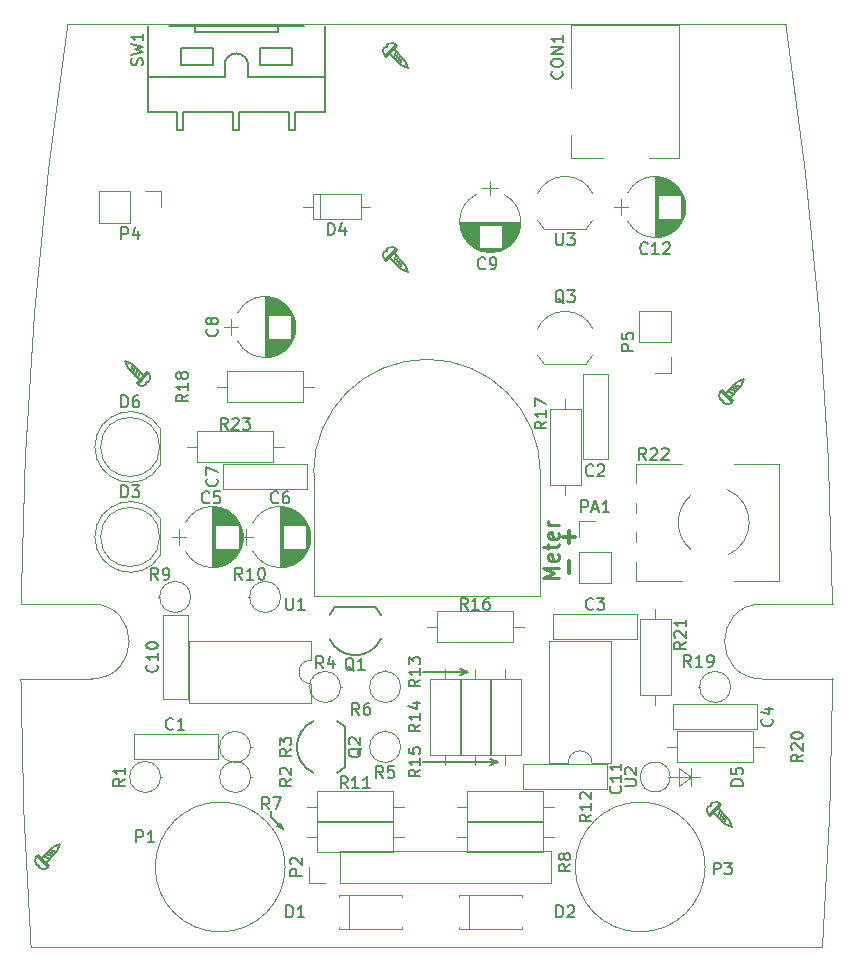
<source format=gbr>
G04 #@! TF.FileFunction,Legend,Top*
%FSLAX46Y46*%
G04 Gerber Fmt 4.6, Leading zero omitted, Abs format (unit mm)*
G04 Created by KiCad (PCBNEW 4.0.7-e2-6376~61~ubuntu18.04.1) date Fri Jan 25 16:45:16 2019*
%MOMM*%
%LPD*%
G01*
G04 APERTURE LIST*
%ADD10C,0.100000*%
%ADD11C,0.150000*%
%ADD12C,0.250000*%
%ADD13C,0.300000*%
%ADD14C,0.200000*%
%ADD15C,0.120000*%
G04 APERTURE END LIST*
D10*
D11*
X141224000Y-116205000D02*
X140716000Y-115951000D01*
X141224000Y-116205000D02*
X140970000Y-115697000D01*
X140208000Y-115189000D02*
X141224000Y-116205000D01*
X140208000Y-114681000D02*
X140208000Y-115189000D01*
D12*
X164545095Y-94904428D02*
X163245095Y-94904428D01*
X164173667Y-94471095D01*
X163245095Y-94037762D01*
X164545095Y-94037762D01*
X164483190Y-92923476D02*
X164545095Y-93047286D01*
X164545095Y-93294905D01*
X164483190Y-93418714D01*
X164359381Y-93480619D01*
X163864143Y-93480619D01*
X163740333Y-93418714D01*
X163678429Y-93294905D01*
X163678429Y-93047286D01*
X163740333Y-92923476D01*
X163864143Y-92861571D01*
X163987952Y-92861571D01*
X164111762Y-93480619D01*
X163678429Y-92490142D02*
X163678429Y-91994904D01*
X163245095Y-92304428D02*
X164359381Y-92304428D01*
X164483190Y-92242523D01*
X164545095Y-92118714D01*
X164545095Y-91994904D01*
X164483190Y-91066333D02*
X164545095Y-91190143D01*
X164545095Y-91437762D01*
X164483190Y-91561571D01*
X164359381Y-91623476D01*
X163864143Y-91623476D01*
X163740333Y-91561571D01*
X163678429Y-91437762D01*
X163678429Y-91190143D01*
X163740333Y-91066333D01*
X163864143Y-91004428D01*
X163987952Y-91004428D01*
X164111762Y-91623476D01*
X164545095Y-90447285D02*
X163678429Y-90447285D01*
X163926048Y-90447285D02*
X163802238Y-90385380D01*
X163740333Y-90323476D01*
X163678429Y-90199666D01*
X163678429Y-90075857D01*
D13*
X165446857Y-94475238D02*
X165446857Y-93484762D01*
X165446857Y-91935238D02*
X165446857Y-90944762D01*
X165942095Y-91440000D02*
X164951619Y-91440000D01*
D10*
X153400000Y-76400000D02*
G75*
G03X143800000Y-86000000I0J-9600000D01*
G01*
X163000000Y-86000000D02*
G75*
G03X153400000Y-76400000I-9600000J0D01*
G01*
X143800000Y-96400000D02*
X143800000Y-86000000D01*
X163000000Y-96400000D02*
X163000000Y-86000000D01*
X143800000Y-96400000D02*
X163000000Y-96400000D01*
X119038933Y-97119337D02*
G75*
G02X123000000Y-48000000I357321529J-4095632D01*
G01*
D14*
X159385000Y-110490000D02*
X158750000Y-110744000D01*
X159385000Y-110490000D02*
X158750000Y-110236000D01*
X153035000Y-110490000D02*
X159385000Y-110490000D01*
X156845000Y-102870000D02*
X156210000Y-103124000D01*
X156845000Y-102870000D02*
X156210000Y-102616000D01*
X153035000Y-102870000D02*
X156845000Y-102870000D01*
D10*
X183777337Y-48000000D02*
X123000000Y-48000000D01*
X183777337Y-48000000D02*
G75*
G02X187738404Y-97119337I-353360462J-53214969D01*
G01*
X181762789Y-97119337D02*
X187738404Y-97119337D01*
X181762789Y-103444787D02*
G75*
G02X181762789Y-97119337I0J3162725D01*
G01*
X187754918Y-103444786D02*
X181762789Y-103444786D01*
X187754919Y-103444787D02*
G75*
G02X186888669Y-126181137I-357338044J2229818D01*
G01*
X119888669Y-126181137D02*
X186888669Y-126181137D01*
X119888669Y-126181136D02*
G75*
G02X119022419Y-103444786I356471793J24966167D01*
G01*
X125014548Y-103444786D02*
X119022419Y-103444786D01*
X125014548Y-97119338D02*
G75*
G02X125014548Y-103444786I0J-3162724D01*
G01*
X119038933Y-97119337D02*
X125014548Y-97119337D01*
D15*
X146050000Y-120710000D02*
X163890000Y-120710000D01*
X163890000Y-120710000D02*
X163890000Y-118050000D01*
X163890000Y-118050000D02*
X146050000Y-118050000D01*
X146050000Y-118050000D02*
X146050000Y-120710000D01*
X144780000Y-120710000D02*
X143450000Y-120710000D01*
X143450000Y-120710000D02*
X143450000Y-119380000D01*
X151170000Y-104140000D02*
G75*
G03X151170000Y-104140000I-1310000J0D01*
G01*
X149860000Y-102830000D02*
X149860000Y-102700000D01*
D11*
X149507695Y-98063010D02*
G75*
G03X149020000Y-97360000I-2187695J-996990D01*
G01*
X145132305Y-98063010D02*
G75*
G02X145620000Y-97360000I2187695J-996990D01*
G01*
X149020000Y-97360000D02*
X145620000Y-97360000D01*
X149504879Y-100053127D02*
G75*
G02X147320000Y-101460000I-2184879J993127D01*
G01*
X145135121Y-100053127D02*
G75*
G03X147320000Y-101460000I2184879J993127D01*
G01*
D15*
X178851982Y-87447568D02*
G75*
G02X178853000Y-92972000I-1171982J-2762432D01*
G01*
X175751705Y-92507753D02*
G75*
G02X175752000Y-87912000I1928295J2297753D01*
G01*
X171120000Y-85249000D02*
X174986000Y-85249000D01*
X179375000Y-85249000D02*
X183240000Y-85249000D01*
X171120000Y-95170000D02*
X174986000Y-95170000D01*
X179375000Y-95170000D02*
X183240000Y-95170000D01*
X171120000Y-85249000D02*
X171120000Y-86885000D01*
X171120000Y-88535000D02*
X171120000Y-89385000D01*
X171120000Y-91035000D02*
X171120000Y-91885000D01*
X171120000Y-93535000D02*
X171120000Y-95170000D01*
X183240000Y-85249000D02*
X183240000Y-95170000D01*
D11*
X145776990Y-111407695D02*
G75*
G03X146480000Y-110920000I-996990J2187695D01*
G01*
X145776990Y-107032305D02*
G75*
G02X146480000Y-107520000I-996990J-2187695D01*
G01*
X146480000Y-110920000D02*
X146480000Y-107520000D01*
X143786873Y-111404879D02*
G75*
G02X142380000Y-109220000I993127J2184879D01*
G01*
X143786873Y-107035121D02*
G75*
G03X142380000Y-109220000I993127J-2184879D01*
G01*
D15*
X137540722Y-90260277D02*
G75*
G03X132929420Y-90260000I-2305722J-1179723D01*
G01*
X137540722Y-92619723D02*
G75*
G02X132929420Y-92620000I-2305722J1179723D01*
G01*
X137540722Y-92619723D02*
G75*
G03X137540580Y-90260000I-2305722J1179723D01*
G01*
X135235000Y-88890000D02*
X135235000Y-93990000D01*
X135275000Y-88890000D02*
X135275000Y-93990000D01*
X135315000Y-88891000D02*
X135315000Y-93989000D01*
X135355000Y-88892000D02*
X135355000Y-93988000D01*
X135395000Y-88894000D02*
X135395000Y-93986000D01*
X135435000Y-88897000D02*
X135435000Y-93983000D01*
X135475000Y-88901000D02*
X135475000Y-93979000D01*
X135515000Y-88905000D02*
X135515000Y-90460000D01*
X135515000Y-92420000D02*
X135515000Y-93975000D01*
X135555000Y-88909000D02*
X135555000Y-90460000D01*
X135555000Y-92420000D02*
X135555000Y-93971000D01*
X135595000Y-88915000D02*
X135595000Y-90460000D01*
X135595000Y-92420000D02*
X135595000Y-93965000D01*
X135635000Y-88921000D02*
X135635000Y-90460000D01*
X135635000Y-92420000D02*
X135635000Y-93959000D01*
X135675000Y-88927000D02*
X135675000Y-90460000D01*
X135675000Y-92420000D02*
X135675000Y-93953000D01*
X135715000Y-88934000D02*
X135715000Y-90460000D01*
X135715000Y-92420000D02*
X135715000Y-93946000D01*
X135755000Y-88942000D02*
X135755000Y-90460000D01*
X135755000Y-92420000D02*
X135755000Y-93938000D01*
X135795000Y-88951000D02*
X135795000Y-90460000D01*
X135795000Y-92420000D02*
X135795000Y-93929000D01*
X135835000Y-88960000D02*
X135835000Y-90460000D01*
X135835000Y-92420000D02*
X135835000Y-93920000D01*
X135875000Y-88970000D02*
X135875000Y-90460000D01*
X135875000Y-92420000D02*
X135875000Y-93910000D01*
X135915000Y-88980000D02*
X135915000Y-90460000D01*
X135915000Y-92420000D02*
X135915000Y-93900000D01*
X135956000Y-88992000D02*
X135956000Y-90460000D01*
X135956000Y-92420000D02*
X135956000Y-93888000D01*
X135996000Y-89004000D02*
X135996000Y-90460000D01*
X135996000Y-92420000D02*
X135996000Y-93876000D01*
X136036000Y-89016000D02*
X136036000Y-90460000D01*
X136036000Y-92420000D02*
X136036000Y-93864000D01*
X136076000Y-89030000D02*
X136076000Y-90460000D01*
X136076000Y-92420000D02*
X136076000Y-93850000D01*
X136116000Y-89044000D02*
X136116000Y-90460000D01*
X136116000Y-92420000D02*
X136116000Y-93836000D01*
X136156000Y-89058000D02*
X136156000Y-90460000D01*
X136156000Y-92420000D02*
X136156000Y-93822000D01*
X136196000Y-89074000D02*
X136196000Y-90460000D01*
X136196000Y-92420000D02*
X136196000Y-93806000D01*
X136236000Y-89090000D02*
X136236000Y-90460000D01*
X136236000Y-92420000D02*
X136236000Y-93790000D01*
X136276000Y-89107000D02*
X136276000Y-90460000D01*
X136276000Y-92420000D02*
X136276000Y-93773000D01*
X136316000Y-89125000D02*
X136316000Y-90460000D01*
X136316000Y-92420000D02*
X136316000Y-93755000D01*
X136356000Y-89144000D02*
X136356000Y-90460000D01*
X136356000Y-92420000D02*
X136356000Y-93736000D01*
X136396000Y-89164000D02*
X136396000Y-90460000D01*
X136396000Y-92420000D02*
X136396000Y-93716000D01*
X136436000Y-89184000D02*
X136436000Y-90460000D01*
X136436000Y-92420000D02*
X136436000Y-93696000D01*
X136476000Y-89206000D02*
X136476000Y-90460000D01*
X136476000Y-92420000D02*
X136476000Y-93674000D01*
X136516000Y-89228000D02*
X136516000Y-90460000D01*
X136516000Y-92420000D02*
X136516000Y-93652000D01*
X136556000Y-89251000D02*
X136556000Y-90460000D01*
X136556000Y-92420000D02*
X136556000Y-93629000D01*
X136596000Y-89275000D02*
X136596000Y-90460000D01*
X136596000Y-92420000D02*
X136596000Y-93605000D01*
X136636000Y-89300000D02*
X136636000Y-90460000D01*
X136636000Y-92420000D02*
X136636000Y-93580000D01*
X136676000Y-89327000D02*
X136676000Y-90460000D01*
X136676000Y-92420000D02*
X136676000Y-93553000D01*
X136716000Y-89354000D02*
X136716000Y-90460000D01*
X136716000Y-92420000D02*
X136716000Y-93526000D01*
X136756000Y-89382000D02*
X136756000Y-90460000D01*
X136756000Y-92420000D02*
X136756000Y-93498000D01*
X136796000Y-89412000D02*
X136796000Y-90460000D01*
X136796000Y-92420000D02*
X136796000Y-93468000D01*
X136836000Y-89443000D02*
X136836000Y-90460000D01*
X136836000Y-92420000D02*
X136836000Y-93437000D01*
X136876000Y-89475000D02*
X136876000Y-90460000D01*
X136876000Y-92420000D02*
X136876000Y-93405000D01*
X136916000Y-89508000D02*
X136916000Y-90460000D01*
X136916000Y-92420000D02*
X136916000Y-93372000D01*
X136956000Y-89543000D02*
X136956000Y-90460000D01*
X136956000Y-92420000D02*
X136956000Y-93337000D01*
X136996000Y-89579000D02*
X136996000Y-90460000D01*
X136996000Y-92420000D02*
X136996000Y-93301000D01*
X137036000Y-89617000D02*
X137036000Y-90460000D01*
X137036000Y-92420000D02*
X137036000Y-93263000D01*
X137076000Y-89657000D02*
X137076000Y-90460000D01*
X137076000Y-92420000D02*
X137076000Y-93223000D01*
X137116000Y-89698000D02*
X137116000Y-90460000D01*
X137116000Y-92420000D02*
X137116000Y-93182000D01*
X137156000Y-89741000D02*
X137156000Y-90460000D01*
X137156000Y-92420000D02*
X137156000Y-93139000D01*
X137196000Y-89786000D02*
X137196000Y-90460000D01*
X137196000Y-92420000D02*
X137196000Y-93094000D01*
X137236000Y-89834000D02*
X137236000Y-90460000D01*
X137236000Y-92420000D02*
X137236000Y-93046000D01*
X137276000Y-89884000D02*
X137276000Y-90460000D01*
X137276000Y-92420000D02*
X137276000Y-92996000D01*
X137316000Y-89936000D02*
X137316000Y-90460000D01*
X137316000Y-92420000D02*
X137316000Y-92944000D01*
X137356000Y-89992000D02*
X137356000Y-90460000D01*
X137356000Y-92420000D02*
X137356000Y-92888000D01*
X137396000Y-90050000D02*
X137396000Y-90460000D01*
X137396000Y-92420000D02*
X137396000Y-92830000D01*
X137436000Y-90113000D02*
X137436000Y-90460000D01*
X137436000Y-92420000D02*
X137436000Y-92767000D01*
X137476000Y-90179000D02*
X137476000Y-92701000D01*
X137516000Y-90251000D02*
X137516000Y-92629000D01*
X137556000Y-90328000D02*
X137556000Y-92552000D01*
X137596000Y-90412000D02*
X137596000Y-92468000D01*
X137636000Y-90506000D02*
X137636000Y-92374000D01*
X137676000Y-90611000D02*
X137676000Y-92269000D01*
X137716000Y-90733000D02*
X137716000Y-92147000D01*
X137756000Y-90881000D02*
X137756000Y-91999000D01*
X137796000Y-91086000D02*
X137796000Y-91794000D01*
X131785000Y-91440000D02*
X132985000Y-91440000D01*
X132385000Y-90790000D02*
X132385000Y-92090000D01*
X143255722Y-90260277D02*
G75*
G03X138644420Y-90260000I-2305722J-1179723D01*
G01*
X143255722Y-92619723D02*
G75*
G02X138644420Y-92620000I-2305722J1179723D01*
G01*
X143255722Y-92619723D02*
G75*
G03X143255580Y-90260000I-2305722J1179723D01*
G01*
X140950000Y-88890000D02*
X140950000Y-93990000D01*
X140990000Y-88890000D02*
X140990000Y-93990000D01*
X141030000Y-88891000D02*
X141030000Y-93989000D01*
X141070000Y-88892000D02*
X141070000Y-93988000D01*
X141110000Y-88894000D02*
X141110000Y-93986000D01*
X141150000Y-88897000D02*
X141150000Y-93983000D01*
X141190000Y-88901000D02*
X141190000Y-93979000D01*
X141230000Y-88905000D02*
X141230000Y-90460000D01*
X141230000Y-92420000D02*
X141230000Y-93975000D01*
X141270000Y-88909000D02*
X141270000Y-90460000D01*
X141270000Y-92420000D02*
X141270000Y-93971000D01*
X141310000Y-88915000D02*
X141310000Y-90460000D01*
X141310000Y-92420000D02*
X141310000Y-93965000D01*
X141350000Y-88921000D02*
X141350000Y-90460000D01*
X141350000Y-92420000D02*
X141350000Y-93959000D01*
X141390000Y-88927000D02*
X141390000Y-90460000D01*
X141390000Y-92420000D02*
X141390000Y-93953000D01*
X141430000Y-88934000D02*
X141430000Y-90460000D01*
X141430000Y-92420000D02*
X141430000Y-93946000D01*
X141470000Y-88942000D02*
X141470000Y-90460000D01*
X141470000Y-92420000D02*
X141470000Y-93938000D01*
X141510000Y-88951000D02*
X141510000Y-90460000D01*
X141510000Y-92420000D02*
X141510000Y-93929000D01*
X141550000Y-88960000D02*
X141550000Y-90460000D01*
X141550000Y-92420000D02*
X141550000Y-93920000D01*
X141590000Y-88970000D02*
X141590000Y-90460000D01*
X141590000Y-92420000D02*
X141590000Y-93910000D01*
X141630000Y-88980000D02*
X141630000Y-90460000D01*
X141630000Y-92420000D02*
X141630000Y-93900000D01*
X141671000Y-88992000D02*
X141671000Y-90460000D01*
X141671000Y-92420000D02*
X141671000Y-93888000D01*
X141711000Y-89004000D02*
X141711000Y-90460000D01*
X141711000Y-92420000D02*
X141711000Y-93876000D01*
X141751000Y-89016000D02*
X141751000Y-90460000D01*
X141751000Y-92420000D02*
X141751000Y-93864000D01*
X141791000Y-89030000D02*
X141791000Y-90460000D01*
X141791000Y-92420000D02*
X141791000Y-93850000D01*
X141831000Y-89044000D02*
X141831000Y-90460000D01*
X141831000Y-92420000D02*
X141831000Y-93836000D01*
X141871000Y-89058000D02*
X141871000Y-90460000D01*
X141871000Y-92420000D02*
X141871000Y-93822000D01*
X141911000Y-89074000D02*
X141911000Y-90460000D01*
X141911000Y-92420000D02*
X141911000Y-93806000D01*
X141951000Y-89090000D02*
X141951000Y-90460000D01*
X141951000Y-92420000D02*
X141951000Y-93790000D01*
X141991000Y-89107000D02*
X141991000Y-90460000D01*
X141991000Y-92420000D02*
X141991000Y-93773000D01*
X142031000Y-89125000D02*
X142031000Y-90460000D01*
X142031000Y-92420000D02*
X142031000Y-93755000D01*
X142071000Y-89144000D02*
X142071000Y-90460000D01*
X142071000Y-92420000D02*
X142071000Y-93736000D01*
X142111000Y-89164000D02*
X142111000Y-90460000D01*
X142111000Y-92420000D02*
X142111000Y-93716000D01*
X142151000Y-89184000D02*
X142151000Y-90460000D01*
X142151000Y-92420000D02*
X142151000Y-93696000D01*
X142191000Y-89206000D02*
X142191000Y-90460000D01*
X142191000Y-92420000D02*
X142191000Y-93674000D01*
X142231000Y-89228000D02*
X142231000Y-90460000D01*
X142231000Y-92420000D02*
X142231000Y-93652000D01*
X142271000Y-89251000D02*
X142271000Y-90460000D01*
X142271000Y-92420000D02*
X142271000Y-93629000D01*
X142311000Y-89275000D02*
X142311000Y-90460000D01*
X142311000Y-92420000D02*
X142311000Y-93605000D01*
X142351000Y-89300000D02*
X142351000Y-90460000D01*
X142351000Y-92420000D02*
X142351000Y-93580000D01*
X142391000Y-89327000D02*
X142391000Y-90460000D01*
X142391000Y-92420000D02*
X142391000Y-93553000D01*
X142431000Y-89354000D02*
X142431000Y-90460000D01*
X142431000Y-92420000D02*
X142431000Y-93526000D01*
X142471000Y-89382000D02*
X142471000Y-90460000D01*
X142471000Y-92420000D02*
X142471000Y-93498000D01*
X142511000Y-89412000D02*
X142511000Y-90460000D01*
X142511000Y-92420000D02*
X142511000Y-93468000D01*
X142551000Y-89443000D02*
X142551000Y-90460000D01*
X142551000Y-92420000D02*
X142551000Y-93437000D01*
X142591000Y-89475000D02*
X142591000Y-90460000D01*
X142591000Y-92420000D02*
X142591000Y-93405000D01*
X142631000Y-89508000D02*
X142631000Y-90460000D01*
X142631000Y-92420000D02*
X142631000Y-93372000D01*
X142671000Y-89543000D02*
X142671000Y-90460000D01*
X142671000Y-92420000D02*
X142671000Y-93337000D01*
X142711000Y-89579000D02*
X142711000Y-90460000D01*
X142711000Y-92420000D02*
X142711000Y-93301000D01*
X142751000Y-89617000D02*
X142751000Y-90460000D01*
X142751000Y-92420000D02*
X142751000Y-93263000D01*
X142791000Y-89657000D02*
X142791000Y-90460000D01*
X142791000Y-92420000D02*
X142791000Y-93223000D01*
X142831000Y-89698000D02*
X142831000Y-90460000D01*
X142831000Y-92420000D02*
X142831000Y-93182000D01*
X142871000Y-89741000D02*
X142871000Y-90460000D01*
X142871000Y-92420000D02*
X142871000Y-93139000D01*
X142911000Y-89786000D02*
X142911000Y-90460000D01*
X142911000Y-92420000D02*
X142911000Y-93094000D01*
X142951000Y-89834000D02*
X142951000Y-90460000D01*
X142951000Y-92420000D02*
X142951000Y-93046000D01*
X142991000Y-89884000D02*
X142991000Y-90460000D01*
X142991000Y-92420000D02*
X142991000Y-92996000D01*
X143031000Y-89936000D02*
X143031000Y-90460000D01*
X143031000Y-92420000D02*
X143031000Y-92944000D01*
X143071000Y-89992000D02*
X143071000Y-90460000D01*
X143071000Y-92420000D02*
X143071000Y-92888000D01*
X143111000Y-90050000D02*
X143111000Y-90460000D01*
X143111000Y-92420000D02*
X143111000Y-92830000D01*
X143151000Y-90113000D02*
X143151000Y-90460000D01*
X143151000Y-92420000D02*
X143151000Y-92767000D01*
X143191000Y-90179000D02*
X143191000Y-92701000D01*
X143231000Y-90251000D02*
X143231000Y-92629000D01*
X143271000Y-90328000D02*
X143271000Y-92552000D01*
X143311000Y-90412000D02*
X143311000Y-92468000D01*
X143351000Y-90506000D02*
X143351000Y-92374000D01*
X143391000Y-90611000D02*
X143391000Y-92269000D01*
X143431000Y-90733000D02*
X143431000Y-92147000D01*
X143471000Y-90881000D02*
X143471000Y-91999000D01*
X143511000Y-91086000D02*
X143511000Y-91794000D01*
X137500000Y-91440000D02*
X138700000Y-91440000D01*
X138100000Y-90790000D02*
X138100000Y-92090000D01*
X141985722Y-72480277D02*
G75*
G03X137374420Y-72480000I-2305722J-1179723D01*
G01*
X141985722Y-74839723D02*
G75*
G02X137374420Y-74840000I-2305722J1179723D01*
G01*
X141985722Y-74839723D02*
G75*
G03X141985580Y-72480000I-2305722J1179723D01*
G01*
X139680000Y-71110000D02*
X139680000Y-76210000D01*
X139720000Y-71110000D02*
X139720000Y-76210000D01*
X139760000Y-71111000D02*
X139760000Y-76209000D01*
X139800000Y-71112000D02*
X139800000Y-76208000D01*
X139840000Y-71114000D02*
X139840000Y-76206000D01*
X139880000Y-71117000D02*
X139880000Y-76203000D01*
X139920000Y-71121000D02*
X139920000Y-76199000D01*
X139960000Y-71125000D02*
X139960000Y-72680000D01*
X139960000Y-74640000D02*
X139960000Y-76195000D01*
X140000000Y-71129000D02*
X140000000Y-72680000D01*
X140000000Y-74640000D02*
X140000000Y-76191000D01*
X140040000Y-71135000D02*
X140040000Y-72680000D01*
X140040000Y-74640000D02*
X140040000Y-76185000D01*
X140080000Y-71141000D02*
X140080000Y-72680000D01*
X140080000Y-74640000D02*
X140080000Y-76179000D01*
X140120000Y-71147000D02*
X140120000Y-72680000D01*
X140120000Y-74640000D02*
X140120000Y-76173000D01*
X140160000Y-71154000D02*
X140160000Y-72680000D01*
X140160000Y-74640000D02*
X140160000Y-76166000D01*
X140200000Y-71162000D02*
X140200000Y-72680000D01*
X140200000Y-74640000D02*
X140200000Y-76158000D01*
X140240000Y-71171000D02*
X140240000Y-72680000D01*
X140240000Y-74640000D02*
X140240000Y-76149000D01*
X140280000Y-71180000D02*
X140280000Y-72680000D01*
X140280000Y-74640000D02*
X140280000Y-76140000D01*
X140320000Y-71190000D02*
X140320000Y-72680000D01*
X140320000Y-74640000D02*
X140320000Y-76130000D01*
X140360000Y-71200000D02*
X140360000Y-72680000D01*
X140360000Y-74640000D02*
X140360000Y-76120000D01*
X140401000Y-71212000D02*
X140401000Y-72680000D01*
X140401000Y-74640000D02*
X140401000Y-76108000D01*
X140441000Y-71224000D02*
X140441000Y-72680000D01*
X140441000Y-74640000D02*
X140441000Y-76096000D01*
X140481000Y-71236000D02*
X140481000Y-72680000D01*
X140481000Y-74640000D02*
X140481000Y-76084000D01*
X140521000Y-71250000D02*
X140521000Y-72680000D01*
X140521000Y-74640000D02*
X140521000Y-76070000D01*
X140561000Y-71264000D02*
X140561000Y-72680000D01*
X140561000Y-74640000D02*
X140561000Y-76056000D01*
X140601000Y-71278000D02*
X140601000Y-72680000D01*
X140601000Y-74640000D02*
X140601000Y-76042000D01*
X140641000Y-71294000D02*
X140641000Y-72680000D01*
X140641000Y-74640000D02*
X140641000Y-76026000D01*
X140681000Y-71310000D02*
X140681000Y-72680000D01*
X140681000Y-74640000D02*
X140681000Y-76010000D01*
X140721000Y-71327000D02*
X140721000Y-72680000D01*
X140721000Y-74640000D02*
X140721000Y-75993000D01*
X140761000Y-71345000D02*
X140761000Y-72680000D01*
X140761000Y-74640000D02*
X140761000Y-75975000D01*
X140801000Y-71364000D02*
X140801000Y-72680000D01*
X140801000Y-74640000D02*
X140801000Y-75956000D01*
X140841000Y-71384000D02*
X140841000Y-72680000D01*
X140841000Y-74640000D02*
X140841000Y-75936000D01*
X140881000Y-71404000D02*
X140881000Y-72680000D01*
X140881000Y-74640000D02*
X140881000Y-75916000D01*
X140921000Y-71426000D02*
X140921000Y-72680000D01*
X140921000Y-74640000D02*
X140921000Y-75894000D01*
X140961000Y-71448000D02*
X140961000Y-72680000D01*
X140961000Y-74640000D02*
X140961000Y-75872000D01*
X141001000Y-71471000D02*
X141001000Y-72680000D01*
X141001000Y-74640000D02*
X141001000Y-75849000D01*
X141041000Y-71495000D02*
X141041000Y-72680000D01*
X141041000Y-74640000D02*
X141041000Y-75825000D01*
X141081000Y-71520000D02*
X141081000Y-72680000D01*
X141081000Y-74640000D02*
X141081000Y-75800000D01*
X141121000Y-71547000D02*
X141121000Y-72680000D01*
X141121000Y-74640000D02*
X141121000Y-75773000D01*
X141161000Y-71574000D02*
X141161000Y-72680000D01*
X141161000Y-74640000D02*
X141161000Y-75746000D01*
X141201000Y-71602000D02*
X141201000Y-72680000D01*
X141201000Y-74640000D02*
X141201000Y-75718000D01*
X141241000Y-71632000D02*
X141241000Y-72680000D01*
X141241000Y-74640000D02*
X141241000Y-75688000D01*
X141281000Y-71663000D02*
X141281000Y-72680000D01*
X141281000Y-74640000D02*
X141281000Y-75657000D01*
X141321000Y-71695000D02*
X141321000Y-72680000D01*
X141321000Y-74640000D02*
X141321000Y-75625000D01*
X141361000Y-71728000D02*
X141361000Y-72680000D01*
X141361000Y-74640000D02*
X141361000Y-75592000D01*
X141401000Y-71763000D02*
X141401000Y-72680000D01*
X141401000Y-74640000D02*
X141401000Y-75557000D01*
X141441000Y-71799000D02*
X141441000Y-72680000D01*
X141441000Y-74640000D02*
X141441000Y-75521000D01*
X141481000Y-71837000D02*
X141481000Y-72680000D01*
X141481000Y-74640000D02*
X141481000Y-75483000D01*
X141521000Y-71877000D02*
X141521000Y-72680000D01*
X141521000Y-74640000D02*
X141521000Y-75443000D01*
X141561000Y-71918000D02*
X141561000Y-72680000D01*
X141561000Y-74640000D02*
X141561000Y-75402000D01*
X141601000Y-71961000D02*
X141601000Y-72680000D01*
X141601000Y-74640000D02*
X141601000Y-75359000D01*
X141641000Y-72006000D02*
X141641000Y-72680000D01*
X141641000Y-74640000D02*
X141641000Y-75314000D01*
X141681000Y-72054000D02*
X141681000Y-72680000D01*
X141681000Y-74640000D02*
X141681000Y-75266000D01*
X141721000Y-72104000D02*
X141721000Y-72680000D01*
X141721000Y-74640000D02*
X141721000Y-75216000D01*
X141761000Y-72156000D02*
X141761000Y-72680000D01*
X141761000Y-74640000D02*
X141761000Y-75164000D01*
X141801000Y-72212000D02*
X141801000Y-72680000D01*
X141801000Y-74640000D02*
X141801000Y-75108000D01*
X141841000Y-72270000D02*
X141841000Y-72680000D01*
X141841000Y-74640000D02*
X141841000Y-75050000D01*
X141881000Y-72333000D02*
X141881000Y-72680000D01*
X141881000Y-74640000D02*
X141881000Y-74987000D01*
X141921000Y-72399000D02*
X141921000Y-74921000D01*
X141961000Y-72471000D02*
X141961000Y-74849000D01*
X142001000Y-72548000D02*
X142001000Y-74772000D01*
X142041000Y-72632000D02*
X142041000Y-74688000D01*
X142081000Y-72726000D02*
X142081000Y-74594000D01*
X142121000Y-72831000D02*
X142121000Y-74489000D01*
X142161000Y-72953000D02*
X142161000Y-74367000D01*
X142201000Y-73101000D02*
X142201000Y-74219000D01*
X142241000Y-73306000D02*
X142241000Y-74014000D01*
X136230000Y-73660000D02*
X137430000Y-73660000D01*
X136830000Y-73010000D02*
X136830000Y-74310000D01*
X159929723Y-67055722D02*
G75*
G03X159930000Y-62444420I-1179723J2305722D01*
G01*
X157570277Y-67055722D02*
G75*
G02X157570000Y-62444420I1179723J2305722D01*
G01*
X157570277Y-67055722D02*
G75*
G03X159930000Y-67055580I1179723J2305722D01*
G01*
X161300000Y-64750000D02*
X156200000Y-64750000D01*
X161300000Y-64790000D02*
X156200000Y-64790000D01*
X161299000Y-64830000D02*
X156201000Y-64830000D01*
X161298000Y-64870000D02*
X156202000Y-64870000D01*
X161296000Y-64910000D02*
X156204000Y-64910000D01*
X161293000Y-64950000D02*
X156207000Y-64950000D01*
X161289000Y-64990000D02*
X156211000Y-64990000D01*
X161285000Y-65030000D02*
X159730000Y-65030000D01*
X157770000Y-65030000D02*
X156215000Y-65030000D01*
X161281000Y-65070000D02*
X159730000Y-65070000D01*
X157770000Y-65070000D02*
X156219000Y-65070000D01*
X161275000Y-65110000D02*
X159730000Y-65110000D01*
X157770000Y-65110000D02*
X156225000Y-65110000D01*
X161269000Y-65150000D02*
X159730000Y-65150000D01*
X157770000Y-65150000D02*
X156231000Y-65150000D01*
X161263000Y-65190000D02*
X159730000Y-65190000D01*
X157770000Y-65190000D02*
X156237000Y-65190000D01*
X161256000Y-65230000D02*
X159730000Y-65230000D01*
X157770000Y-65230000D02*
X156244000Y-65230000D01*
X161248000Y-65270000D02*
X159730000Y-65270000D01*
X157770000Y-65270000D02*
X156252000Y-65270000D01*
X161239000Y-65310000D02*
X159730000Y-65310000D01*
X157770000Y-65310000D02*
X156261000Y-65310000D01*
X161230000Y-65350000D02*
X159730000Y-65350000D01*
X157770000Y-65350000D02*
X156270000Y-65350000D01*
X161220000Y-65390000D02*
X159730000Y-65390000D01*
X157770000Y-65390000D02*
X156280000Y-65390000D01*
X161210000Y-65430000D02*
X159730000Y-65430000D01*
X157770000Y-65430000D02*
X156290000Y-65430000D01*
X161198000Y-65471000D02*
X159730000Y-65471000D01*
X157770000Y-65471000D02*
X156302000Y-65471000D01*
X161186000Y-65511000D02*
X159730000Y-65511000D01*
X157770000Y-65511000D02*
X156314000Y-65511000D01*
X161174000Y-65551000D02*
X159730000Y-65551000D01*
X157770000Y-65551000D02*
X156326000Y-65551000D01*
X161160000Y-65591000D02*
X159730000Y-65591000D01*
X157770000Y-65591000D02*
X156340000Y-65591000D01*
X161146000Y-65631000D02*
X159730000Y-65631000D01*
X157770000Y-65631000D02*
X156354000Y-65631000D01*
X161132000Y-65671000D02*
X159730000Y-65671000D01*
X157770000Y-65671000D02*
X156368000Y-65671000D01*
X161116000Y-65711000D02*
X159730000Y-65711000D01*
X157770000Y-65711000D02*
X156384000Y-65711000D01*
X161100000Y-65751000D02*
X159730000Y-65751000D01*
X157770000Y-65751000D02*
X156400000Y-65751000D01*
X161083000Y-65791000D02*
X159730000Y-65791000D01*
X157770000Y-65791000D02*
X156417000Y-65791000D01*
X161065000Y-65831000D02*
X159730000Y-65831000D01*
X157770000Y-65831000D02*
X156435000Y-65831000D01*
X161046000Y-65871000D02*
X159730000Y-65871000D01*
X157770000Y-65871000D02*
X156454000Y-65871000D01*
X161026000Y-65911000D02*
X159730000Y-65911000D01*
X157770000Y-65911000D02*
X156474000Y-65911000D01*
X161006000Y-65951000D02*
X159730000Y-65951000D01*
X157770000Y-65951000D02*
X156494000Y-65951000D01*
X160984000Y-65991000D02*
X159730000Y-65991000D01*
X157770000Y-65991000D02*
X156516000Y-65991000D01*
X160962000Y-66031000D02*
X159730000Y-66031000D01*
X157770000Y-66031000D02*
X156538000Y-66031000D01*
X160939000Y-66071000D02*
X159730000Y-66071000D01*
X157770000Y-66071000D02*
X156561000Y-66071000D01*
X160915000Y-66111000D02*
X159730000Y-66111000D01*
X157770000Y-66111000D02*
X156585000Y-66111000D01*
X160890000Y-66151000D02*
X159730000Y-66151000D01*
X157770000Y-66151000D02*
X156610000Y-66151000D01*
X160863000Y-66191000D02*
X159730000Y-66191000D01*
X157770000Y-66191000D02*
X156637000Y-66191000D01*
X160836000Y-66231000D02*
X159730000Y-66231000D01*
X157770000Y-66231000D02*
X156664000Y-66231000D01*
X160808000Y-66271000D02*
X159730000Y-66271000D01*
X157770000Y-66271000D02*
X156692000Y-66271000D01*
X160778000Y-66311000D02*
X159730000Y-66311000D01*
X157770000Y-66311000D02*
X156722000Y-66311000D01*
X160747000Y-66351000D02*
X159730000Y-66351000D01*
X157770000Y-66351000D02*
X156753000Y-66351000D01*
X160715000Y-66391000D02*
X159730000Y-66391000D01*
X157770000Y-66391000D02*
X156785000Y-66391000D01*
X160682000Y-66431000D02*
X159730000Y-66431000D01*
X157770000Y-66431000D02*
X156818000Y-66431000D01*
X160647000Y-66471000D02*
X159730000Y-66471000D01*
X157770000Y-66471000D02*
X156853000Y-66471000D01*
X160611000Y-66511000D02*
X159730000Y-66511000D01*
X157770000Y-66511000D02*
X156889000Y-66511000D01*
X160573000Y-66551000D02*
X159730000Y-66551000D01*
X157770000Y-66551000D02*
X156927000Y-66551000D01*
X160533000Y-66591000D02*
X159730000Y-66591000D01*
X157770000Y-66591000D02*
X156967000Y-66591000D01*
X160492000Y-66631000D02*
X159730000Y-66631000D01*
X157770000Y-66631000D02*
X157008000Y-66631000D01*
X160449000Y-66671000D02*
X159730000Y-66671000D01*
X157770000Y-66671000D02*
X157051000Y-66671000D01*
X160404000Y-66711000D02*
X159730000Y-66711000D01*
X157770000Y-66711000D02*
X157096000Y-66711000D01*
X160356000Y-66751000D02*
X159730000Y-66751000D01*
X157770000Y-66751000D02*
X157144000Y-66751000D01*
X160306000Y-66791000D02*
X159730000Y-66791000D01*
X157770000Y-66791000D02*
X157194000Y-66791000D01*
X160254000Y-66831000D02*
X159730000Y-66831000D01*
X157770000Y-66831000D02*
X157246000Y-66831000D01*
X160198000Y-66871000D02*
X159730000Y-66871000D01*
X157770000Y-66871000D02*
X157302000Y-66871000D01*
X160140000Y-66911000D02*
X159730000Y-66911000D01*
X157770000Y-66911000D02*
X157360000Y-66911000D01*
X160077000Y-66951000D02*
X159730000Y-66951000D01*
X157770000Y-66951000D02*
X157423000Y-66951000D01*
X160011000Y-66991000D02*
X157489000Y-66991000D01*
X159939000Y-67031000D02*
X157561000Y-67031000D01*
X159862000Y-67071000D02*
X157638000Y-67071000D01*
X159778000Y-67111000D02*
X157722000Y-67111000D01*
X159684000Y-67151000D02*
X157816000Y-67151000D01*
X159579000Y-67191000D02*
X157921000Y-67191000D01*
X159457000Y-67231000D02*
X158043000Y-67231000D01*
X159309000Y-67271000D02*
X158191000Y-67271000D01*
X159104000Y-67311000D02*
X158396000Y-67311000D01*
X158750000Y-61300000D02*
X158750000Y-62500000D01*
X159400000Y-61900000D02*
X158100000Y-61900000D01*
X143710000Y-62440000D02*
X143710000Y-64560000D01*
X143710000Y-64560000D02*
X147830000Y-64560000D01*
X147830000Y-64560000D02*
X147830000Y-62440000D01*
X147830000Y-62440000D02*
X143710000Y-62440000D01*
X142940000Y-63500000D02*
X143710000Y-63500000D01*
X148600000Y-63500000D02*
X147830000Y-63500000D01*
X144370000Y-62440000D02*
X144370000Y-64560000D01*
X125670000Y-62170000D02*
X125670000Y-64830000D01*
X128270000Y-62170000D02*
X125670000Y-62170000D01*
X128270000Y-64830000D02*
X125670000Y-64830000D01*
X128270000Y-62170000D02*
X128270000Y-64830000D01*
X129540000Y-62170000D02*
X130870000Y-62170000D01*
X130870000Y-62170000D02*
X130870000Y-63500000D01*
X150530000Y-118150000D02*
X150530000Y-115530000D01*
X150530000Y-115530000D02*
X144110000Y-115530000D01*
X144110000Y-115530000D02*
X144110000Y-118150000D01*
X144110000Y-118150000D02*
X150530000Y-118150000D01*
X151420000Y-116840000D02*
X150530000Y-116840000D01*
X143220000Y-116840000D02*
X144110000Y-116840000D01*
X156810000Y-115530000D02*
X156810000Y-118150000D01*
X156810000Y-118150000D02*
X163230000Y-118150000D01*
X163230000Y-118150000D02*
X163230000Y-115530000D01*
X163230000Y-115530000D02*
X156810000Y-115530000D01*
X155920000Y-116840000D02*
X156810000Y-116840000D01*
X164120000Y-116840000D02*
X163230000Y-116840000D01*
X150530000Y-115610000D02*
X150530000Y-112990000D01*
X150530000Y-112990000D02*
X144110000Y-112990000D01*
X144110000Y-112990000D02*
X144110000Y-115610000D01*
X144110000Y-115610000D02*
X150530000Y-115610000D01*
X151420000Y-114300000D02*
X150530000Y-114300000D01*
X143220000Y-114300000D02*
X144110000Y-114300000D01*
X156810000Y-112990000D02*
X156810000Y-115610000D01*
X156810000Y-115610000D02*
X163230000Y-115610000D01*
X163230000Y-115610000D02*
X163230000Y-112990000D01*
X163230000Y-112990000D02*
X156810000Y-112990000D01*
X155920000Y-114300000D02*
X156810000Y-114300000D01*
X164120000Y-114300000D02*
X163230000Y-114300000D01*
X166410000Y-80610000D02*
X163790000Y-80610000D01*
X163790000Y-80610000D02*
X163790000Y-87030000D01*
X163790000Y-87030000D02*
X166410000Y-87030000D01*
X166410000Y-87030000D02*
X166410000Y-80610000D01*
X165100000Y-79720000D02*
X165100000Y-80610000D01*
X165100000Y-87920000D02*
X165100000Y-87030000D01*
X174030000Y-98390000D02*
X171410000Y-98390000D01*
X171410000Y-98390000D02*
X171410000Y-104810000D01*
X171410000Y-104810000D02*
X174030000Y-104810000D01*
X174030000Y-104810000D02*
X174030000Y-98390000D01*
X172720000Y-97500000D02*
X172720000Y-98390000D01*
X172720000Y-105700000D02*
X172720000Y-104810000D01*
X174050000Y-72330000D02*
X171390000Y-72330000D01*
X174050000Y-74930000D02*
X174050000Y-72330000D01*
X171390000Y-74930000D02*
X171390000Y-72330000D01*
X174050000Y-74930000D02*
X171390000Y-74930000D01*
X174050000Y-76200000D02*
X174050000Y-77530000D01*
X174050000Y-77530000D02*
X172720000Y-77530000D01*
X163300000Y-76780000D02*
X166900000Y-76780000D01*
X162775816Y-76052795D02*
G75*
G03X163300000Y-76780000I2324184J1122795D01*
G01*
X162743600Y-73831193D02*
G75*
G02X165100000Y-72330000I2356400J-1098807D01*
G01*
X167456400Y-73831193D02*
G75*
G03X165100000Y-72330000I-2356400J-1098807D01*
G01*
X167424184Y-76052795D02*
G75*
G02X166900000Y-76780000I-2324184J1122795D01*
G01*
X135680000Y-110280000D02*
X128560000Y-110280000D01*
X135680000Y-108160000D02*
X128560000Y-108160000D01*
X135680000Y-110280000D02*
X135680000Y-108160000D01*
X128560000Y-110280000D02*
X128560000Y-108160000D01*
X168700000Y-77680000D02*
X168700000Y-84800000D01*
X166580000Y-77680000D02*
X166580000Y-84800000D01*
X168700000Y-77680000D02*
X166580000Y-77680000D01*
X168700000Y-84800000D02*
X166580000Y-84800000D01*
X164040000Y-98000000D02*
X171160000Y-98000000D01*
X164040000Y-100120000D02*
X171160000Y-100120000D01*
X164040000Y-98000000D02*
X164040000Y-100120000D01*
X171160000Y-98000000D02*
X171160000Y-100120000D01*
X174200000Y-105620000D02*
X181320000Y-105620000D01*
X174200000Y-107740000D02*
X181320000Y-107740000D01*
X174200000Y-105620000D02*
X174200000Y-107740000D01*
X181320000Y-105620000D02*
X181320000Y-107740000D01*
X136100000Y-85300000D02*
X143220000Y-85300000D01*
X136100000Y-87420000D02*
X143220000Y-87420000D01*
X136100000Y-85300000D02*
X136100000Y-87420000D01*
X143220000Y-85300000D02*
X143220000Y-87420000D01*
X143570000Y-103870000D02*
G75*
G02X143570000Y-101870000I0J1000000D01*
G01*
X143570000Y-101870000D02*
X143570000Y-100220000D01*
X143570000Y-100220000D02*
X133290000Y-100220000D01*
X133290000Y-100220000D02*
X133290000Y-105520000D01*
X133290000Y-105520000D02*
X143570000Y-105520000D01*
X143570000Y-105520000D02*
X143570000Y-103870000D01*
X165370000Y-110550000D02*
G75*
G02X167370000Y-110550000I1000000J0D01*
G01*
X167370000Y-110550000D02*
X169020000Y-110550000D01*
X169020000Y-110550000D02*
X169020000Y-100270000D01*
X169020000Y-100270000D02*
X163720000Y-100270000D01*
X163720000Y-100270000D02*
X163720000Y-110550000D01*
X163720000Y-110550000D02*
X165370000Y-110550000D01*
X131020000Y-105200000D02*
X131020000Y-98080000D01*
X133140000Y-105200000D02*
X133140000Y-98080000D01*
X131020000Y-105200000D02*
X133140000Y-105200000D01*
X131020000Y-98080000D02*
X133140000Y-98080000D01*
X161500000Y-110700000D02*
X168620000Y-110700000D01*
X161500000Y-112820000D02*
X168620000Y-112820000D01*
X161500000Y-110700000D02*
X161500000Y-112820000D01*
X168620000Y-110700000D02*
X168620000Y-112820000D01*
X141390000Y-119380000D02*
G75*
G03X141390000Y-119380000I-5500000J0D01*
G01*
X176950000Y-119380000D02*
G75*
G03X176950000Y-119380000I-5500000J0D01*
G01*
D11*
X144760000Y-55500000D02*
X142260000Y-55500000D01*
X132260000Y-55500000D02*
X129760000Y-55500000D01*
X136260000Y-52500000D02*
X129760000Y-52500000D01*
X144760000Y-52500000D02*
X138260000Y-52500000D01*
X135260000Y-50000000D02*
X132560000Y-50000000D01*
X135260000Y-51500000D02*
X132560000Y-51500000D01*
X141960000Y-50000000D02*
X139260000Y-50000000D01*
X141960000Y-51500000D02*
X139260000Y-51500000D01*
X142960000Y-48200000D02*
X131560000Y-48200000D01*
X129760000Y-55500000D02*
X129760000Y-48200000D01*
X144760000Y-55500000D02*
X144760000Y-48200000D01*
X137510000Y-55500000D02*
X141760000Y-55500000D01*
X137010000Y-55500000D02*
X132760000Y-55500000D01*
X137510000Y-57000000D02*
X137010000Y-57000000D01*
X137010000Y-57000000D02*
X137010000Y-55500000D01*
X137510000Y-55500000D02*
X137510000Y-57000000D01*
X142260000Y-57000000D02*
X142260000Y-55500000D01*
X142260000Y-57000000D02*
X141760000Y-57000000D01*
X141760000Y-57000000D02*
X141760000Y-55500000D01*
X132760000Y-55500000D02*
X132760000Y-57000000D01*
X132760000Y-57000000D02*
X132260000Y-57000000D01*
X132260000Y-57000000D02*
X132260000Y-55500000D01*
X133760000Y-48200000D02*
X133760000Y-48700000D01*
X133760000Y-48700000D02*
X140760000Y-48700000D01*
X140760000Y-48700000D02*
X140760000Y-48200000D01*
X141960000Y-50000000D02*
X141960000Y-51500000D01*
X139260000Y-51500000D02*
X139260000Y-50000000D01*
X132560000Y-51500000D02*
X132560000Y-50000000D01*
X135260000Y-50000000D02*
X135260000Y-51500000D01*
X136260000Y-52500000D02*
X136260000Y-51500000D01*
X138260000Y-52500000D02*
X138260000Y-51500000D01*
X137260000Y-50500000D02*
G75*
G03X136260000Y-51500000I0J-1000000D01*
G01*
X138260000Y-51500000D02*
G75*
G03X137260000Y-50500000I-1000000J0D01*
G01*
D15*
X130850000Y-111760000D02*
G75*
G03X130850000Y-111760000I-1310000J0D01*
G01*
X130850000Y-111760000D02*
X130980000Y-111760000D01*
X138470000Y-111760000D02*
G75*
G03X138470000Y-111760000I-1310000J0D01*
G01*
X138470000Y-111760000D02*
X138600000Y-111760000D01*
X138470000Y-109220000D02*
G75*
G03X138470000Y-109220000I-1310000J0D01*
G01*
X138470000Y-109220000D02*
X138600000Y-109220000D01*
X146090000Y-104140000D02*
G75*
G03X146090000Y-104140000I-1310000J0D01*
G01*
X146090000Y-104140000D02*
X146220000Y-104140000D01*
X151170000Y-109220000D02*
G75*
G03X151170000Y-109220000I-1310000J0D01*
G01*
X149860000Y-107910000D02*
X149860000Y-107780000D01*
X156170000Y-109890000D02*
X158790000Y-109890000D01*
X158790000Y-109890000D02*
X158790000Y-103470000D01*
X158790000Y-103470000D02*
X156170000Y-103470000D01*
X156170000Y-103470000D02*
X156170000Y-109890000D01*
X157480000Y-110780000D02*
X157480000Y-109890000D01*
X157480000Y-102580000D02*
X157480000Y-103470000D01*
X153630000Y-109890000D02*
X156250000Y-109890000D01*
X156250000Y-109890000D02*
X156250000Y-103470000D01*
X156250000Y-103470000D02*
X153630000Y-103470000D01*
X153630000Y-103470000D02*
X153630000Y-109890000D01*
X154940000Y-110780000D02*
X154940000Y-109890000D01*
X154940000Y-102580000D02*
X154940000Y-103470000D01*
X154270000Y-97750000D02*
X154270000Y-100370000D01*
X154270000Y-100370000D02*
X160690000Y-100370000D01*
X160690000Y-100370000D02*
X160690000Y-97750000D01*
X160690000Y-97750000D02*
X154270000Y-97750000D01*
X153380000Y-99060000D02*
X154270000Y-99060000D01*
X161580000Y-99060000D02*
X160690000Y-99060000D01*
X125280000Y-91439538D02*
G75*
G03X130830000Y-92984830I2990000J-462D01*
G01*
X125280000Y-91440462D02*
G75*
G02X130830000Y-89895170I2990000J462D01*
G01*
X130770000Y-91440000D02*
G75*
G03X130770000Y-91440000I-2500000J0D01*
G01*
X130830000Y-92985000D02*
X130830000Y-89895000D01*
X125280000Y-83819538D02*
G75*
G03X130830000Y-85364830I2990000J-462D01*
G01*
X125280000Y-83820462D02*
G75*
G02X130830000Y-82275170I2990000J462D01*
G01*
X130770000Y-83820000D02*
G75*
G03X130770000Y-83820000I-2500000J0D01*
G01*
X130830000Y-85365000D02*
X130830000Y-82275000D01*
X133390000Y-96520000D02*
G75*
G03X133390000Y-96520000I-1310000J0D01*
G01*
X130770000Y-96520000D02*
X130640000Y-96520000D01*
X141010000Y-96520000D02*
G75*
G03X141010000Y-96520000I-1310000J0D01*
G01*
X138390000Y-96520000D02*
X138260000Y-96520000D01*
X179110000Y-104140000D02*
G75*
G03X179110000Y-104140000I-1310000J0D01*
G01*
X176490000Y-104140000D02*
X176360000Y-104140000D01*
X158710000Y-109890000D02*
X161330000Y-109890000D01*
X161330000Y-109890000D02*
X161330000Y-103470000D01*
X161330000Y-103470000D02*
X158710000Y-103470000D01*
X158710000Y-103470000D02*
X158710000Y-109890000D01*
X160020000Y-110780000D02*
X160020000Y-109890000D01*
X160020000Y-102580000D02*
X160020000Y-103470000D01*
X142910000Y-80050000D02*
X142910000Y-77430000D01*
X142910000Y-77430000D02*
X136490000Y-77430000D01*
X136490000Y-77430000D02*
X136490000Y-80050000D01*
X136490000Y-80050000D02*
X142910000Y-80050000D01*
X143800000Y-78740000D02*
X142910000Y-78740000D01*
X135600000Y-78740000D02*
X136490000Y-78740000D01*
X165580000Y-53420000D02*
X165580000Y-48120000D01*
X165580000Y-48120000D02*
X174780000Y-48120000D01*
X168280000Y-59320000D02*
X165580000Y-59320000D01*
X165580000Y-59320000D02*
X165580000Y-57420000D01*
X174780000Y-48120000D02*
X174780000Y-59320000D01*
X174780000Y-59320000D02*
X172180000Y-59320000D01*
X176533629Y-111760000D02*
X173820000Y-111760000D01*
X175793333Y-112560000D02*
X175793333Y-110960000D01*
X175793333Y-111760000D02*
X174726667Y-112560000D01*
X174726667Y-112560000D02*
X174726667Y-110960000D01*
X174726667Y-110960000D02*
X175793333Y-111760000D01*
X173986371Y-111760000D02*
G75*
G03X173986371Y-111760000I-1266371J0D01*
G01*
X174590000Y-107910000D02*
X174590000Y-110530000D01*
X174590000Y-110530000D02*
X181010000Y-110530000D01*
X181010000Y-110530000D02*
X181010000Y-107910000D01*
X181010000Y-107910000D02*
X174590000Y-107910000D01*
X173700000Y-109220000D02*
X174590000Y-109220000D01*
X181900000Y-109220000D02*
X181010000Y-109220000D01*
X175005722Y-62320277D02*
G75*
G03X170394420Y-62320000I-2305722J-1179723D01*
G01*
X175005722Y-64679723D02*
G75*
G02X170394420Y-64680000I-2305722J1179723D01*
G01*
X175005722Y-64679723D02*
G75*
G03X175005580Y-62320000I-2305722J1179723D01*
G01*
X172700000Y-60950000D02*
X172700000Y-66050000D01*
X172740000Y-60950000D02*
X172740000Y-66050000D01*
X172780000Y-60951000D02*
X172780000Y-66049000D01*
X172820000Y-60952000D02*
X172820000Y-66048000D01*
X172860000Y-60954000D02*
X172860000Y-66046000D01*
X172900000Y-60957000D02*
X172900000Y-66043000D01*
X172940000Y-60961000D02*
X172940000Y-66039000D01*
X172980000Y-60965000D02*
X172980000Y-62520000D01*
X172980000Y-64480000D02*
X172980000Y-66035000D01*
X173020000Y-60969000D02*
X173020000Y-62520000D01*
X173020000Y-64480000D02*
X173020000Y-66031000D01*
X173060000Y-60975000D02*
X173060000Y-62520000D01*
X173060000Y-64480000D02*
X173060000Y-66025000D01*
X173100000Y-60981000D02*
X173100000Y-62520000D01*
X173100000Y-64480000D02*
X173100000Y-66019000D01*
X173140000Y-60987000D02*
X173140000Y-62520000D01*
X173140000Y-64480000D02*
X173140000Y-66013000D01*
X173180000Y-60994000D02*
X173180000Y-62520000D01*
X173180000Y-64480000D02*
X173180000Y-66006000D01*
X173220000Y-61002000D02*
X173220000Y-62520000D01*
X173220000Y-64480000D02*
X173220000Y-65998000D01*
X173260000Y-61011000D02*
X173260000Y-62520000D01*
X173260000Y-64480000D02*
X173260000Y-65989000D01*
X173300000Y-61020000D02*
X173300000Y-62520000D01*
X173300000Y-64480000D02*
X173300000Y-65980000D01*
X173340000Y-61030000D02*
X173340000Y-62520000D01*
X173340000Y-64480000D02*
X173340000Y-65970000D01*
X173380000Y-61040000D02*
X173380000Y-62520000D01*
X173380000Y-64480000D02*
X173380000Y-65960000D01*
X173421000Y-61052000D02*
X173421000Y-62520000D01*
X173421000Y-64480000D02*
X173421000Y-65948000D01*
X173461000Y-61064000D02*
X173461000Y-62520000D01*
X173461000Y-64480000D02*
X173461000Y-65936000D01*
X173501000Y-61076000D02*
X173501000Y-62520000D01*
X173501000Y-64480000D02*
X173501000Y-65924000D01*
X173541000Y-61090000D02*
X173541000Y-62520000D01*
X173541000Y-64480000D02*
X173541000Y-65910000D01*
X173581000Y-61104000D02*
X173581000Y-62520000D01*
X173581000Y-64480000D02*
X173581000Y-65896000D01*
X173621000Y-61118000D02*
X173621000Y-62520000D01*
X173621000Y-64480000D02*
X173621000Y-65882000D01*
X173661000Y-61134000D02*
X173661000Y-62520000D01*
X173661000Y-64480000D02*
X173661000Y-65866000D01*
X173701000Y-61150000D02*
X173701000Y-62520000D01*
X173701000Y-64480000D02*
X173701000Y-65850000D01*
X173741000Y-61167000D02*
X173741000Y-62520000D01*
X173741000Y-64480000D02*
X173741000Y-65833000D01*
X173781000Y-61185000D02*
X173781000Y-62520000D01*
X173781000Y-64480000D02*
X173781000Y-65815000D01*
X173821000Y-61204000D02*
X173821000Y-62520000D01*
X173821000Y-64480000D02*
X173821000Y-65796000D01*
X173861000Y-61224000D02*
X173861000Y-62520000D01*
X173861000Y-64480000D02*
X173861000Y-65776000D01*
X173901000Y-61244000D02*
X173901000Y-62520000D01*
X173901000Y-64480000D02*
X173901000Y-65756000D01*
X173941000Y-61266000D02*
X173941000Y-62520000D01*
X173941000Y-64480000D02*
X173941000Y-65734000D01*
X173981000Y-61288000D02*
X173981000Y-62520000D01*
X173981000Y-64480000D02*
X173981000Y-65712000D01*
X174021000Y-61311000D02*
X174021000Y-62520000D01*
X174021000Y-64480000D02*
X174021000Y-65689000D01*
X174061000Y-61335000D02*
X174061000Y-62520000D01*
X174061000Y-64480000D02*
X174061000Y-65665000D01*
X174101000Y-61360000D02*
X174101000Y-62520000D01*
X174101000Y-64480000D02*
X174101000Y-65640000D01*
X174141000Y-61387000D02*
X174141000Y-62520000D01*
X174141000Y-64480000D02*
X174141000Y-65613000D01*
X174181000Y-61414000D02*
X174181000Y-62520000D01*
X174181000Y-64480000D02*
X174181000Y-65586000D01*
X174221000Y-61442000D02*
X174221000Y-62520000D01*
X174221000Y-64480000D02*
X174221000Y-65558000D01*
X174261000Y-61472000D02*
X174261000Y-62520000D01*
X174261000Y-64480000D02*
X174261000Y-65528000D01*
X174301000Y-61503000D02*
X174301000Y-62520000D01*
X174301000Y-64480000D02*
X174301000Y-65497000D01*
X174341000Y-61535000D02*
X174341000Y-62520000D01*
X174341000Y-64480000D02*
X174341000Y-65465000D01*
X174381000Y-61568000D02*
X174381000Y-62520000D01*
X174381000Y-64480000D02*
X174381000Y-65432000D01*
X174421000Y-61603000D02*
X174421000Y-62520000D01*
X174421000Y-64480000D02*
X174421000Y-65397000D01*
X174461000Y-61639000D02*
X174461000Y-62520000D01*
X174461000Y-64480000D02*
X174461000Y-65361000D01*
X174501000Y-61677000D02*
X174501000Y-62520000D01*
X174501000Y-64480000D02*
X174501000Y-65323000D01*
X174541000Y-61717000D02*
X174541000Y-62520000D01*
X174541000Y-64480000D02*
X174541000Y-65283000D01*
X174581000Y-61758000D02*
X174581000Y-62520000D01*
X174581000Y-64480000D02*
X174581000Y-65242000D01*
X174621000Y-61801000D02*
X174621000Y-62520000D01*
X174621000Y-64480000D02*
X174621000Y-65199000D01*
X174661000Y-61846000D02*
X174661000Y-62520000D01*
X174661000Y-64480000D02*
X174661000Y-65154000D01*
X174701000Y-61894000D02*
X174701000Y-62520000D01*
X174701000Y-64480000D02*
X174701000Y-65106000D01*
X174741000Y-61944000D02*
X174741000Y-62520000D01*
X174741000Y-64480000D02*
X174741000Y-65056000D01*
X174781000Y-61996000D02*
X174781000Y-62520000D01*
X174781000Y-64480000D02*
X174781000Y-65004000D01*
X174821000Y-62052000D02*
X174821000Y-62520000D01*
X174821000Y-64480000D02*
X174821000Y-64948000D01*
X174861000Y-62110000D02*
X174861000Y-62520000D01*
X174861000Y-64480000D02*
X174861000Y-64890000D01*
X174901000Y-62173000D02*
X174901000Y-62520000D01*
X174901000Y-64480000D02*
X174901000Y-64827000D01*
X174941000Y-62239000D02*
X174941000Y-64761000D01*
X174981000Y-62311000D02*
X174981000Y-64689000D01*
X175021000Y-62388000D02*
X175021000Y-64612000D01*
X175061000Y-62472000D02*
X175061000Y-64528000D01*
X175101000Y-62566000D02*
X175101000Y-64434000D01*
X175141000Y-62671000D02*
X175141000Y-64329000D01*
X175181000Y-62793000D02*
X175181000Y-64207000D01*
X175221000Y-62941000D02*
X175221000Y-64059000D01*
X175261000Y-63146000D02*
X175261000Y-63854000D01*
X169250000Y-63500000D02*
X170450000Y-63500000D01*
X169850000Y-62850000D02*
X169850000Y-64150000D01*
X163300000Y-65350000D02*
X166900000Y-65350000D01*
X162775816Y-64622795D02*
G75*
G03X163300000Y-65350000I2324184J1122795D01*
G01*
X162743600Y-62401193D02*
G75*
G02X165100000Y-60900000I2356400J-1098807D01*
G01*
X167456400Y-62401193D02*
G75*
G03X165100000Y-60900000I-2356400J-1098807D01*
G01*
X167424184Y-64622795D02*
G75*
G02X166900000Y-65350000I-2324184J1122795D01*
G01*
X140370000Y-85130000D02*
X140370000Y-82510000D01*
X140370000Y-82510000D02*
X133950000Y-82510000D01*
X133950000Y-82510000D02*
X133950000Y-85130000D01*
X133950000Y-85130000D02*
X140370000Y-85130000D01*
X141260000Y-83820000D02*
X140370000Y-83820000D01*
X133060000Y-83820000D02*
X133950000Y-83820000D01*
X145930000Y-121910000D02*
X145930000Y-121780000D01*
X145930000Y-121780000D02*
X151250000Y-121780000D01*
X151250000Y-121780000D02*
X151250000Y-121910000D01*
X145930000Y-124470000D02*
X145930000Y-124600000D01*
X145930000Y-124600000D02*
X151250000Y-124600000D01*
X151250000Y-124600000D02*
X151250000Y-124470000D01*
X146770000Y-121780000D02*
X146770000Y-124600000D01*
X156090000Y-121910000D02*
X156090000Y-121780000D01*
X156090000Y-121780000D02*
X161410000Y-121780000D01*
X161410000Y-121780000D02*
X161410000Y-121910000D01*
X156090000Y-124470000D02*
X156090000Y-124600000D01*
X156090000Y-124600000D02*
X161410000Y-124600000D01*
X161410000Y-124600000D02*
X161410000Y-124470000D01*
X156930000Y-121780000D02*
X156930000Y-124600000D01*
X166310000Y-95310000D02*
X168970000Y-95310000D01*
X166310000Y-92710000D02*
X166310000Y-95310000D01*
X168970000Y-92710000D02*
X168970000Y-95310000D01*
X166310000Y-92710000D02*
X168970000Y-92710000D01*
X166310000Y-91440000D02*
X166310000Y-90110000D01*
X166310000Y-90110000D02*
X167640000Y-90110000D01*
D11*
X150575777Y-50858987D02*
X150755382Y-50320172D01*
X150755382Y-51038592D02*
X150934987Y-50499777D01*
X150934987Y-51218197D02*
X151114592Y-50679382D01*
X151114592Y-51397803D02*
X151294197Y-50858987D01*
X149767554Y-50050764D02*
X149857356Y-49960962D01*
X149857356Y-49960962D02*
X150036962Y-49960962D01*
X150036962Y-49960962D02*
X150036962Y-49781356D01*
X150036962Y-49781356D02*
X150126764Y-49691554D01*
X149767554Y-50050764D02*
G75*
G03X149767554Y-50589580I269408J-269408D01*
G01*
X150665580Y-49691554D02*
G75*
G03X150126764Y-49691554I-269408J-269408D01*
G01*
X149947159Y-50769185D02*
X149767554Y-50589580D01*
X150845185Y-49871159D02*
X150665580Y-49691554D01*
X149857356Y-50679382D02*
X150755382Y-49781356D01*
X149947159Y-50769185D02*
X150845185Y-49871159D01*
X151563605Y-51128395D02*
X150575777Y-50140567D01*
X151204395Y-51487605D02*
X150216567Y-50499777D01*
X151833013Y-51757013D02*
X151204395Y-51487605D01*
X151833013Y-51757013D02*
X151563605Y-51128395D01*
X129078223Y-77411013D02*
X128898618Y-77949828D01*
X128898618Y-77231408D02*
X128719013Y-77770223D01*
X128719013Y-77051803D02*
X128539408Y-77590618D01*
X128539408Y-76872197D02*
X128359803Y-77411013D01*
X129886446Y-78219236D02*
X129796644Y-78309038D01*
X129796644Y-78309038D02*
X129617038Y-78309038D01*
X129617038Y-78309038D02*
X129617038Y-78488644D01*
X129617038Y-78488644D02*
X129527236Y-78578446D01*
X129886446Y-78219236D02*
G75*
G03X129886446Y-77680420I-269408J269408D01*
G01*
X128988420Y-78578446D02*
G75*
G03X129527236Y-78578446I269408J269408D01*
G01*
X129706841Y-77500815D02*
X129886446Y-77680420D01*
X128808815Y-78398841D02*
X128988420Y-78578446D01*
X129796644Y-77590618D02*
X128898618Y-78488644D01*
X129706841Y-77500815D02*
X128808815Y-78398841D01*
X128090395Y-77141605D02*
X129078223Y-78129433D01*
X128449605Y-76782395D02*
X129437433Y-77770223D01*
X127820987Y-76512987D02*
X128449605Y-76782395D01*
X127820987Y-76512987D02*
X128090395Y-77141605D01*
X179382987Y-79294223D02*
X178844172Y-79114618D01*
X179562592Y-79114618D02*
X179023777Y-78935013D01*
X179742197Y-78935013D02*
X179203382Y-78755408D01*
X179921803Y-78755408D02*
X179382987Y-78575803D01*
X178574764Y-80102446D02*
X178484962Y-80012644D01*
X178484962Y-80012644D02*
X178484962Y-79833038D01*
X178484962Y-79833038D02*
X178305356Y-79833038D01*
X178305356Y-79833038D02*
X178215554Y-79743236D01*
X178574764Y-80102446D02*
G75*
G03X179113580Y-80102446I269408J269408D01*
G01*
X178215554Y-79204420D02*
G75*
G03X178215554Y-79743236I269408J-269408D01*
G01*
X179293185Y-79922841D02*
X179113580Y-80102446D01*
X178395159Y-79024815D02*
X178215554Y-79204420D01*
X179203382Y-80012644D02*
X178305356Y-79114618D01*
X179293185Y-79922841D02*
X178395159Y-79024815D01*
X179652395Y-78306395D02*
X178664567Y-79294223D01*
X180011605Y-78665605D02*
X179023777Y-79653433D01*
X180281013Y-78036987D02*
X180011605Y-78665605D01*
X180281013Y-78036987D02*
X179652395Y-78306395D01*
X178007777Y-115120987D02*
X178187382Y-114582172D01*
X178187382Y-115300592D02*
X178366987Y-114761777D01*
X178366987Y-115480197D02*
X178546592Y-114941382D01*
X178546592Y-115659803D02*
X178726197Y-115120987D01*
X177199554Y-114312764D02*
X177289356Y-114222962D01*
X177289356Y-114222962D02*
X177468962Y-114222962D01*
X177468962Y-114222962D02*
X177468962Y-114043356D01*
X177468962Y-114043356D02*
X177558764Y-113953554D01*
X177199554Y-114312764D02*
G75*
G03X177199554Y-114851580I269408J-269408D01*
G01*
X178097580Y-113953554D02*
G75*
G03X177558764Y-113953554I-269408J-269408D01*
G01*
X177379159Y-115031185D02*
X177199554Y-114851580D01*
X178277185Y-114133159D02*
X178097580Y-113953554D01*
X177289356Y-114941382D02*
X178187382Y-114043356D01*
X177379159Y-115031185D02*
X178277185Y-114133159D01*
X178995605Y-115390395D02*
X178007777Y-114402567D01*
X178636395Y-115749605D02*
X177648567Y-114761777D01*
X179265013Y-116019013D02*
X178636395Y-115749605D01*
X179265013Y-116019013D02*
X178995605Y-115390395D01*
X121470987Y-118664223D02*
X120932172Y-118484618D01*
X121650592Y-118484618D02*
X121111777Y-118305013D01*
X121830197Y-118305013D02*
X121291382Y-118125408D01*
X122009803Y-118125408D02*
X121470987Y-117945803D01*
X120662764Y-119472446D02*
X120572962Y-119382644D01*
X120572962Y-119382644D02*
X120572962Y-119203038D01*
X120572962Y-119203038D02*
X120393356Y-119203038D01*
X120393356Y-119203038D02*
X120303554Y-119113236D01*
X120662764Y-119472446D02*
G75*
G03X121201580Y-119472446I269408J269408D01*
G01*
X120303554Y-118574420D02*
G75*
G03X120303554Y-119113236I269408J-269408D01*
G01*
X121381185Y-119292841D02*
X121201580Y-119472446D01*
X120483159Y-118394815D02*
X120303554Y-118574420D01*
X121291382Y-119382644D02*
X120393356Y-118484618D01*
X121381185Y-119292841D02*
X120483159Y-118394815D01*
X121740395Y-117676395D02*
X120752567Y-118664223D01*
X122099605Y-118035605D02*
X121111777Y-119023433D01*
X122369013Y-117406987D02*
X122099605Y-118035605D01*
X122369013Y-117406987D02*
X121740395Y-117676395D01*
X150575777Y-68130987D02*
X150755382Y-67592172D01*
X150755382Y-68310592D02*
X150934987Y-67771777D01*
X150934987Y-68490197D02*
X151114592Y-67951382D01*
X151114592Y-68669803D02*
X151294197Y-68130987D01*
X149767554Y-67322764D02*
X149857356Y-67232962D01*
X149857356Y-67232962D02*
X150036962Y-67232962D01*
X150036962Y-67232962D02*
X150036962Y-67053356D01*
X150036962Y-67053356D02*
X150126764Y-66963554D01*
X149767554Y-67322764D02*
G75*
G03X149767554Y-67861580I269408J-269408D01*
G01*
X150665580Y-66963554D02*
G75*
G03X150126764Y-66963554I-269408J-269408D01*
G01*
X149947159Y-68041185D02*
X149767554Y-67861580D01*
X150845185Y-67143159D02*
X150665580Y-66963554D01*
X149857356Y-67951382D02*
X150755382Y-67053356D01*
X149947159Y-68041185D02*
X150845185Y-67143159D01*
X151563605Y-68400395D02*
X150575777Y-67412567D01*
X151204395Y-68759605D02*
X150216567Y-67771777D01*
X151833013Y-69029013D02*
X151204395Y-68759605D01*
X151833013Y-69029013D02*
X151563605Y-68400395D01*
X142819381Y-120118095D02*
X141819381Y-120118095D01*
X141819381Y-119737142D01*
X141867000Y-119641904D01*
X141914619Y-119594285D01*
X142009857Y-119546666D01*
X142152714Y-119546666D01*
X142247952Y-119594285D01*
X142295571Y-119641904D01*
X142343190Y-119737142D01*
X142343190Y-120118095D01*
X141914619Y-119165714D02*
X141867000Y-119118095D01*
X141819381Y-119022857D01*
X141819381Y-118784761D01*
X141867000Y-118689523D01*
X141914619Y-118641904D01*
X142009857Y-118594285D01*
X142105095Y-118594285D01*
X142247952Y-118641904D01*
X142819381Y-119213333D01*
X142819381Y-118594285D01*
X147661334Y-106497381D02*
X147328000Y-106021190D01*
X147089905Y-106497381D02*
X147089905Y-105497381D01*
X147470858Y-105497381D01*
X147566096Y-105545000D01*
X147613715Y-105592619D01*
X147661334Y-105687857D01*
X147661334Y-105830714D01*
X147613715Y-105925952D01*
X147566096Y-105973571D01*
X147470858Y-106021190D01*
X147089905Y-106021190D01*
X148518477Y-105497381D02*
X148328000Y-105497381D01*
X148232762Y-105545000D01*
X148185143Y-105592619D01*
X148089905Y-105735476D01*
X148042286Y-105925952D01*
X148042286Y-106306905D01*
X148089905Y-106402143D01*
X148137524Y-106449762D01*
X148232762Y-106497381D01*
X148423239Y-106497381D01*
X148518477Y-106449762D01*
X148566096Y-106402143D01*
X148613715Y-106306905D01*
X148613715Y-106068810D01*
X148566096Y-105973571D01*
X148518477Y-105925952D01*
X148423239Y-105878333D01*
X148232762Y-105878333D01*
X148137524Y-105925952D01*
X148089905Y-105973571D01*
X148042286Y-106068810D01*
X147224762Y-102782619D02*
X147129524Y-102735000D01*
X147034286Y-102639762D01*
X146891429Y-102496905D01*
X146796190Y-102449286D01*
X146700952Y-102449286D01*
X146748571Y-102687381D02*
X146653333Y-102639762D01*
X146558095Y-102544524D01*
X146510476Y-102354048D01*
X146510476Y-102020714D01*
X146558095Y-101830238D01*
X146653333Y-101735000D01*
X146748571Y-101687381D01*
X146939048Y-101687381D01*
X147034286Y-101735000D01*
X147129524Y-101830238D01*
X147177143Y-102020714D01*
X147177143Y-102354048D01*
X147129524Y-102544524D01*
X147034286Y-102639762D01*
X146939048Y-102687381D01*
X146748571Y-102687381D01*
X148129524Y-102687381D02*
X147558095Y-102687381D01*
X147843809Y-102687381D02*
X147843809Y-101687381D01*
X147748571Y-101830238D01*
X147653333Y-101925476D01*
X147558095Y-101973095D01*
X171950143Y-84907381D02*
X171616809Y-84431190D01*
X171378714Y-84907381D02*
X171378714Y-83907381D01*
X171759667Y-83907381D01*
X171854905Y-83955000D01*
X171902524Y-84002619D01*
X171950143Y-84097857D01*
X171950143Y-84240714D01*
X171902524Y-84335952D01*
X171854905Y-84383571D01*
X171759667Y-84431190D01*
X171378714Y-84431190D01*
X172331095Y-84002619D02*
X172378714Y-83955000D01*
X172473952Y-83907381D01*
X172712048Y-83907381D01*
X172807286Y-83955000D01*
X172854905Y-84002619D01*
X172902524Y-84097857D01*
X172902524Y-84193095D01*
X172854905Y-84335952D01*
X172283476Y-84907381D01*
X172902524Y-84907381D01*
X173283476Y-84002619D02*
X173331095Y-83955000D01*
X173426333Y-83907381D01*
X173664429Y-83907381D01*
X173759667Y-83955000D01*
X173807286Y-84002619D01*
X173854905Y-84097857D01*
X173854905Y-84193095D01*
X173807286Y-84335952D01*
X173235857Y-84907381D01*
X173854905Y-84907381D01*
X147867619Y-109315238D02*
X147820000Y-109410476D01*
X147724762Y-109505714D01*
X147581905Y-109648571D01*
X147534286Y-109743810D01*
X147534286Y-109839048D01*
X147772381Y-109791429D02*
X147724762Y-109886667D01*
X147629524Y-109981905D01*
X147439048Y-110029524D01*
X147105714Y-110029524D01*
X146915238Y-109981905D01*
X146820000Y-109886667D01*
X146772381Y-109791429D01*
X146772381Y-109600952D01*
X146820000Y-109505714D01*
X146915238Y-109410476D01*
X147105714Y-109362857D01*
X147439048Y-109362857D01*
X147629524Y-109410476D01*
X147724762Y-109505714D01*
X147772381Y-109600952D01*
X147772381Y-109791429D01*
X146867619Y-108981905D02*
X146820000Y-108934286D01*
X146772381Y-108839048D01*
X146772381Y-108600952D01*
X146820000Y-108505714D01*
X146867619Y-108458095D01*
X146962857Y-108410476D01*
X147058095Y-108410476D01*
X147200952Y-108458095D01*
X147772381Y-109029524D01*
X147772381Y-108410476D01*
X134961334Y-88495143D02*
X134913715Y-88542762D01*
X134770858Y-88590381D01*
X134675620Y-88590381D01*
X134532762Y-88542762D01*
X134437524Y-88447524D01*
X134389905Y-88352286D01*
X134342286Y-88161810D01*
X134342286Y-88018952D01*
X134389905Y-87828476D01*
X134437524Y-87733238D01*
X134532762Y-87638000D01*
X134675620Y-87590381D01*
X134770858Y-87590381D01*
X134913715Y-87638000D01*
X134961334Y-87685619D01*
X135866096Y-87590381D02*
X135389905Y-87590381D01*
X135342286Y-88066571D01*
X135389905Y-88018952D01*
X135485143Y-87971333D01*
X135723239Y-87971333D01*
X135818477Y-88018952D01*
X135866096Y-88066571D01*
X135913715Y-88161810D01*
X135913715Y-88399905D01*
X135866096Y-88495143D01*
X135818477Y-88542762D01*
X135723239Y-88590381D01*
X135485143Y-88590381D01*
X135389905Y-88542762D01*
X135342286Y-88495143D01*
X140803334Y-88495143D02*
X140755715Y-88542762D01*
X140612858Y-88590381D01*
X140517620Y-88590381D01*
X140374762Y-88542762D01*
X140279524Y-88447524D01*
X140231905Y-88352286D01*
X140184286Y-88161810D01*
X140184286Y-88018952D01*
X140231905Y-87828476D01*
X140279524Y-87733238D01*
X140374762Y-87638000D01*
X140517620Y-87590381D01*
X140612858Y-87590381D01*
X140755715Y-87638000D01*
X140803334Y-87685619D01*
X141660477Y-87590381D02*
X141470000Y-87590381D01*
X141374762Y-87638000D01*
X141327143Y-87685619D01*
X141231905Y-87828476D01*
X141184286Y-88018952D01*
X141184286Y-88399905D01*
X141231905Y-88495143D01*
X141279524Y-88542762D01*
X141374762Y-88590381D01*
X141565239Y-88590381D01*
X141660477Y-88542762D01*
X141708096Y-88495143D01*
X141755715Y-88399905D01*
X141755715Y-88161810D01*
X141708096Y-88066571D01*
X141660477Y-88018952D01*
X141565239Y-87971333D01*
X141374762Y-87971333D01*
X141279524Y-88018952D01*
X141231905Y-88066571D01*
X141184286Y-88161810D01*
X135612143Y-73826666D02*
X135659762Y-73874285D01*
X135707381Y-74017142D01*
X135707381Y-74112380D01*
X135659762Y-74255238D01*
X135564524Y-74350476D01*
X135469286Y-74398095D01*
X135278810Y-74445714D01*
X135135952Y-74445714D01*
X134945476Y-74398095D01*
X134850238Y-74350476D01*
X134755000Y-74255238D01*
X134707381Y-74112380D01*
X134707381Y-74017142D01*
X134755000Y-73874285D01*
X134802619Y-73826666D01*
X135135952Y-73255238D02*
X135088333Y-73350476D01*
X135040714Y-73398095D01*
X134945476Y-73445714D01*
X134897857Y-73445714D01*
X134802619Y-73398095D01*
X134755000Y-73350476D01*
X134707381Y-73255238D01*
X134707381Y-73064761D01*
X134755000Y-72969523D01*
X134802619Y-72921904D01*
X134897857Y-72874285D01*
X134945476Y-72874285D01*
X135040714Y-72921904D01*
X135088333Y-72969523D01*
X135135952Y-73064761D01*
X135135952Y-73255238D01*
X135183571Y-73350476D01*
X135231190Y-73398095D01*
X135326429Y-73445714D01*
X135516905Y-73445714D01*
X135612143Y-73398095D01*
X135659762Y-73350476D01*
X135707381Y-73255238D01*
X135707381Y-73064761D01*
X135659762Y-72969523D01*
X135612143Y-72921904D01*
X135516905Y-72874285D01*
X135326429Y-72874285D01*
X135231190Y-72921904D01*
X135183571Y-72969523D01*
X135135952Y-73064761D01*
X158329334Y-68683143D02*
X158281715Y-68730762D01*
X158138858Y-68778381D01*
X158043620Y-68778381D01*
X157900762Y-68730762D01*
X157805524Y-68635524D01*
X157757905Y-68540286D01*
X157710286Y-68349810D01*
X157710286Y-68206952D01*
X157757905Y-68016476D01*
X157805524Y-67921238D01*
X157900762Y-67826000D01*
X158043620Y-67778381D01*
X158138858Y-67778381D01*
X158281715Y-67826000D01*
X158329334Y-67873619D01*
X158805524Y-68778381D02*
X158996000Y-68778381D01*
X159091239Y-68730762D01*
X159138858Y-68683143D01*
X159234096Y-68540286D01*
X159281715Y-68349810D01*
X159281715Y-67968857D01*
X159234096Y-67873619D01*
X159186477Y-67826000D01*
X159091239Y-67778381D01*
X158900762Y-67778381D01*
X158805524Y-67826000D01*
X158757905Y-67873619D01*
X158710286Y-67968857D01*
X158710286Y-68206952D01*
X158757905Y-68302190D01*
X158805524Y-68349810D01*
X158900762Y-68397429D01*
X159091239Y-68397429D01*
X159186477Y-68349810D01*
X159234096Y-68302190D01*
X159281715Y-68206952D01*
X145031905Y-65857381D02*
X145031905Y-64857381D01*
X145270000Y-64857381D01*
X145412858Y-64905000D01*
X145508096Y-65000238D01*
X145555715Y-65095476D01*
X145603334Y-65285952D01*
X145603334Y-65428810D01*
X145555715Y-65619286D01*
X145508096Y-65714524D01*
X145412858Y-65809762D01*
X145270000Y-65857381D01*
X145031905Y-65857381D01*
X146460477Y-65190714D02*
X146460477Y-65857381D01*
X146222381Y-64809762D02*
X145984286Y-65524048D01*
X146603334Y-65524048D01*
X127531905Y-66238381D02*
X127531905Y-65238381D01*
X127912858Y-65238381D01*
X128008096Y-65286000D01*
X128055715Y-65333619D01*
X128103334Y-65428857D01*
X128103334Y-65571714D01*
X128055715Y-65666952D01*
X128008096Y-65714571D01*
X127912858Y-65762190D01*
X127531905Y-65762190D01*
X128960477Y-65571714D02*
X128960477Y-66238381D01*
X128722381Y-65190762D02*
X128484286Y-65905048D01*
X129103334Y-65905048D01*
X140041334Y-114498381D02*
X139708000Y-114022190D01*
X139469905Y-114498381D02*
X139469905Y-113498381D01*
X139850858Y-113498381D01*
X139946096Y-113546000D01*
X139993715Y-113593619D01*
X140041334Y-113688857D01*
X140041334Y-113831714D01*
X139993715Y-113926952D01*
X139946096Y-113974571D01*
X139850858Y-114022190D01*
X139469905Y-114022190D01*
X140374667Y-113498381D02*
X141041334Y-113498381D01*
X140612762Y-114498381D01*
X165552381Y-119165666D02*
X165076190Y-119499000D01*
X165552381Y-119737095D02*
X164552381Y-119737095D01*
X164552381Y-119356142D01*
X164600000Y-119260904D01*
X164647619Y-119213285D01*
X164742857Y-119165666D01*
X164885714Y-119165666D01*
X164980952Y-119213285D01*
X165028571Y-119260904D01*
X165076190Y-119356142D01*
X165076190Y-119737095D01*
X164980952Y-118594238D02*
X164933333Y-118689476D01*
X164885714Y-118737095D01*
X164790476Y-118784714D01*
X164742857Y-118784714D01*
X164647619Y-118737095D01*
X164600000Y-118689476D01*
X164552381Y-118594238D01*
X164552381Y-118403761D01*
X164600000Y-118308523D01*
X164647619Y-118260904D01*
X164742857Y-118213285D01*
X164790476Y-118213285D01*
X164885714Y-118260904D01*
X164933333Y-118308523D01*
X164980952Y-118403761D01*
X164980952Y-118594238D01*
X165028571Y-118689476D01*
X165076190Y-118737095D01*
X165171429Y-118784714D01*
X165361905Y-118784714D01*
X165457143Y-118737095D01*
X165504762Y-118689476D01*
X165552381Y-118594238D01*
X165552381Y-118403761D01*
X165504762Y-118308523D01*
X165457143Y-118260904D01*
X165361905Y-118213285D01*
X165171429Y-118213285D01*
X165076190Y-118260904D01*
X165028571Y-118308523D01*
X164980952Y-118403761D01*
X146677143Y-112720381D02*
X146343809Y-112244190D01*
X146105714Y-112720381D02*
X146105714Y-111720381D01*
X146486667Y-111720381D01*
X146581905Y-111768000D01*
X146629524Y-111815619D01*
X146677143Y-111910857D01*
X146677143Y-112053714D01*
X146629524Y-112148952D01*
X146581905Y-112196571D01*
X146486667Y-112244190D01*
X146105714Y-112244190D01*
X147629524Y-112720381D02*
X147058095Y-112720381D01*
X147343809Y-112720381D02*
X147343809Y-111720381D01*
X147248571Y-111863238D01*
X147153333Y-111958476D01*
X147058095Y-112006095D01*
X148581905Y-112720381D02*
X148010476Y-112720381D01*
X148296190Y-112720381D02*
X148296190Y-111720381D01*
X148200952Y-111863238D01*
X148105714Y-111958476D01*
X148010476Y-112006095D01*
X167330381Y-114942857D02*
X166854190Y-115276191D01*
X167330381Y-115514286D02*
X166330381Y-115514286D01*
X166330381Y-115133333D01*
X166378000Y-115038095D01*
X166425619Y-114990476D01*
X166520857Y-114942857D01*
X166663714Y-114942857D01*
X166758952Y-114990476D01*
X166806571Y-115038095D01*
X166854190Y-115133333D01*
X166854190Y-115514286D01*
X167330381Y-113990476D02*
X167330381Y-114561905D01*
X167330381Y-114276191D02*
X166330381Y-114276191D01*
X166473238Y-114371429D01*
X166568476Y-114466667D01*
X166616095Y-114561905D01*
X166425619Y-113609524D02*
X166378000Y-113561905D01*
X166330381Y-113466667D01*
X166330381Y-113228571D01*
X166378000Y-113133333D01*
X166425619Y-113085714D01*
X166520857Y-113038095D01*
X166616095Y-113038095D01*
X166758952Y-113085714D01*
X167330381Y-113657143D01*
X167330381Y-113038095D01*
X163520381Y-81668857D02*
X163044190Y-82002191D01*
X163520381Y-82240286D02*
X162520381Y-82240286D01*
X162520381Y-81859333D01*
X162568000Y-81764095D01*
X162615619Y-81716476D01*
X162710857Y-81668857D01*
X162853714Y-81668857D01*
X162948952Y-81716476D01*
X162996571Y-81764095D01*
X163044190Y-81859333D01*
X163044190Y-82240286D01*
X163520381Y-80716476D02*
X163520381Y-81287905D01*
X163520381Y-81002191D02*
X162520381Y-81002191D01*
X162663238Y-81097429D01*
X162758476Y-81192667D01*
X162806095Y-81287905D01*
X162520381Y-80383143D02*
X162520381Y-79716476D01*
X163520381Y-80145048D01*
X175331381Y-100337857D02*
X174855190Y-100671191D01*
X175331381Y-100909286D02*
X174331381Y-100909286D01*
X174331381Y-100528333D01*
X174379000Y-100433095D01*
X174426619Y-100385476D01*
X174521857Y-100337857D01*
X174664714Y-100337857D01*
X174759952Y-100385476D01*
X174807571Y-100433095D01*
X174855190Y-100528333D01*
X174855190Y-100909286D01*
X174426619Y-99956905D02*
X174379000Y-99909286D01*
X174331381Y-99814048D01*
X174331381Y-99575952D01*
X174379000Y-99480714D01*
X174426619Y-99433095D01*
X174521857Y-99385476D01*
X174617095Y-99385476D01*
X174759952Y-99433095D01*
X175331381Y-100004524D01*
X175331381Y-99385476D01*
X175331381Y-98433095D02*
X175331381Y-99004524D01*
X175331381Y-98718810D02*
X174331381Y-98718810D01*
X174474238Y-98814048D01*
X174569476Y-98909286D01*
X174617095Y-99004524D01*
X170886381Y-75668095D02*
X169886381Y-75668095D01*
X169886381Y-75287142D01*
X169934000Y-75191904D01*
X169981619Y-75144285D01*
X170076857Y-75096666D01*
X170219714Y-75096666D01*
X170314952Y-75144285D01*
X170362571Y-75191904D01*
X170410190Y-75287142D01*
X170410190Y-75668095D01*
X169886381Y-74191904D02*
X169886381Y-74668095D01*
X170362571Y-74715714D01*
X170314952Y-74668095D01*
X170267333Y-74572857D01*
X170267333Y-74334761D01*
X170314952Y-74239523D01*
X170362571Y-74191904D01*
X170457810Y-74144285D01*
X170695905Y-74144285D01*
X170791143Y-74191904D01*
X170838762Y-74239523D01*
X170886381Y-74334761D01*
X170886381Y-74572857D01*
X170838762Y-74668095D01*
X170791143Y-74715714D01*
X165004762Y-71667619D02*
X164909524Y-71620000D01*
X164814286Y-71524762D01*
X164671429Y-71381905D01*
X164576190Y-71334286D01*
X164480952Y-71334286D01*
X164528571Y-71572381D02*
X164433333Y-71524762D01*
X164338095Y-71429524D01*
X164290476Y-71239048D01*
X164290476Y-70905714D01*
X164338095Y-70715238D01*
X164433333Y-70620000D01*
X164528571Y-70572381D01*
X164719048Y-70572381D01*
X164814286Y-70620000D01*
X164909524Y-70715238D01*
X164957143Y-70905714D01*
X164957143Y-71239048D01*
X164909524Y-71429524D01*
X164814286Y-71524762D01*
X164719048Y-71572381D01*
X164528571Y-71572381D01*
X165290476Y-70572381D02*
X165909524Y-70572381D01*
X165576190Y-70953333D01*
X165719048Y-70953333D01*
X165814286Y-71000952D01*
X165861905Y-71048571D01*
X165909524Y-71143810D01*
X165909524Y-71381905D01*
X165861905Y-71477143D01*
X165814286Y-71524762D01*
X165719048Y-71572381D01*
X165433333Y-71572381D01*
X165338095Y-71524762D01*
X165290476Y-71477143D01*
X131913334Y-107672143D02*
X131865715Y-107719762D01*
X131722858Y-107767381D01*
X131627620Y-107767381D01*
X131484762Y-107719762D01*
X131389524Y-107624524D01*
X131341905Y-107529286D01*
X131294286Y-107338810D01*
X131294286Y-107195952D01*
X131341905Y-107005476D01*
X131389524Y-106910238D01*
X131484762Y-106815000D01*
X131627620Y-106767381D01*
X131722858Y-106767381D01*
X131865715Y-106815000D01*
X131913334Y-106862619D01*
X132865715Y-107767381D02*
X132294286Y-107767381D01*
X132580000Y-107767381D02*
X132580000Y-106767381D01*
X132484762Y-106910238D01*
X132389524Y-107005476D01*
X132294286Y-107053095D01*
X167473334Y-86209143D02*
X167425715Y-86256762D01*
X167282858Y-86304381D01*
X167187620Y-86304381D01*
X167044762Y-86256762D01*
X166949524Y-86161524D01*
X166901905Y-86066286D01*
X166854286Y-85875810D01*
X166854286Y-85732952D01*
X166901905Y-85542476D01*
X166949524Y-85447238D01*
X167044762Y-85352000D01*
X167187620Y-85304381D01*
X167282858Y-85304381D01*
X167425715Y-85352000D01*
X167473334Y-85399619D01*
X167854286Y-85399619D02*
X167901905Y-85352000D01*
X167997143Y-85304381D01*
X168235239Y-85304381D01*
X168330477Y-85352000D01*
X168378096Y-85399619D01*
X168425715Y-85494857D01*
X168425715Y-85590095D01*
X168378096Y-85732952D01*
X167806667Y-86304381D01*
X168425715Y-86304381D01*
X167473334Y-97512143D02*
X167425715Y-97559762D01*
X167282858Y-97607381D01*
X167187620Y-97607381D01*
X167044762Y-97559762D01*
X166949524Y-97464524D01*
X166901905Y-97369286D01*
X166854286Y-97178810D01*
X166854286Y-97035952D01*
X166901905Y-96845476D01*
X166949524Y-96750238D01*
X167044762Y-96655000D01*
X167187620Y-96607381D01*
X167282858Y-96607381D01*
X167425715Y-96655000D01*
X167473334Y-96702619D01*
X167806667Y-96607381D02*
X168425715Y-96607381D01*
X168092381Y-96988333D01*
X168235239Y-96988333D01*
X168330477Y-97035952D01*
X168378096Y-97083571D01*
X168425715Y-97178810D01*
X168425715Y-97416905D01*
X168378096Y-97512143D01*
X168330477Y-97559762D01*
X168235239Y-97607381D01*
X167949524Y-97607381D01*
X167854286Y-97559762D01*
X167806667Y-97512143D01*
X182602143Y-106846666D02*
X182649762Y-106894285D01*
X182697381Y-107037142D01*
X182697381Y-107132380D01*
X182649762Y-107275238D01*
X182554524Y-107370476D01*
X182459286Y-107418095D01*
X182268810Y-107465714D01*
X182125952Y-107465714D01*
X181935476Y-107418095D01*
X181840238Y-107370476D01*
X181745000Y-107275238D01*
X181697381Y-107132380D01*
X181697381Y-107037142D01*
X181745000Y-106894285D01*
X181792619Y-106846666D01*
X182030714Y-105989523D02*
X182697381Y-105989523D01*
X181649762Y-106227619D02*
X182364048Y-106465714D01*
X182364048Y-105846666D01*
X135612143Y-86526666D02*
X135659762Y-86574285D01*
X135707381Y-86717142D01*
X135707381Y-86812380D01*
X135659762Y-86955238D01*
X135564524Y-87050476D01*
X135469286Y-87098095D01*
X135278810Y-87145714D01*
X135135952Y-87145714D01*
X134945476Y-87098095D01*
X134850238Y-87050476D01*
X134755000Y-86955238D01*
X134707381Y-86812380D01*
X134707381Y-86717142D01*
X134755000Y-86574285D01*
X134802619Y-86526666D01*
X134707381Y-86193333D02*
X134707381Y-85526666D01*
X135707381Y-85955238D01*
X141478095Y-96607381D02*
X141478095Y-97416905D01*
X141525714Y-97512143D01*
X141573333Y-97559762D01*
X141668571Y-97607381D01*
X141859048Y-97607381D01*
X141954286Y-97559762D01*
X142001905Y-97512143D01*
X142049524Y-97416905D01*
X142049524Y-96607381D01*
X143049524Y-97607381D02*
X142478095Y-97607381D01*
X142763809Y-97607381D02*
X142763809Y-96607381D01*
X142668571Y-96750238D01*
X142573333Y-96845476D01*
X142478095Y-96893095D01*
X170140381Y-112521905D02*
X170949905Y-112521905D01*
X171045143Y-112474286D01*
X171092762Y-112426667D01*
X171140381Y-112331429D01*
X171140381Y-112140952D01*
X171092762Y-112045714D01*
X171045143Y-111998095D01*
X170949905Y-111950476D01*
X170140381Y-111950476D01*
X170235619Y-111521905D02*
X170188000Y-111474286D01*
X170140381Y-111379048D01*
X170140381Y-111140952D01*
X170188000Y-111045714D01*
X170235619Y-110998095D01*
X170330857Y-110950476D01*
X170426095Y-110950476D01*
X170568952Y-110998095D01*
X171140381Y-111569524D01*
X171140381Y-110950476D01*
X130532143Y-102242857D02*
X130579762Y-102290476D01*
X130627381Y-102433333D01*
X130627381Y-102528571D01*
X130579762Y-102671429D01*
X130484524Y-102766667D01*
X130389286Y-102814286D01*
X130198810Y-102861905D01*
X130055952Y-102861905D01*
X129865476Y-102814286D01*
X129770238Y-102766667D01*
X129675000Y-102671429D01*
X129627381Y-102528571D01*
X129627381Y-102433333D01*
X129675000Y-102290476D01*
X129722619Y-102242857D01*
X130627381Y-101290476D02*
X130627381Y-101861905D01*
X130627381Y-101576191D02*
X129627381Y-101576191D01*
X129770238Y-101671429D01*
X129865476Y-101766667D01*
X129913095Y-101861905D01*
X129627381Y-100671429D02*
X129627381Y-100576190D01*
X129675000Y-100480952D01*
X129722619Y-100433333D01*
X129817857Y-100385714D01*
X130008333Y-100338095D01*
X130246429Y-100338095D01*
X130436905Y-100385714D01*
X130532143Y-100433333D01*
X130579762Y-100480952D01*
X130627381Y-100576190D01*
X130627381Y-100671429D01*
X130579762Y-100766667D01*
X130532143Y-100814286D01*
X130436905Y-100861905D01*
X130246429Y-100909524D01*
X130008333Y-100909524D01*
X129817857Y-100861905D01*
X129722619Y-100814286D01*
X129675000Y-100766667D01*
X129627381Y-100671429D01*
X169775143Y-112529857D02*
X169822762Y-112577476D01*
X169870381Y-112720333D01*
X169870381Y-112815571D01*
X169822762Y-112958429D01*
X169727524Y-113053667D01*
X169632286Y-113101286D01*
X169441810Y-113148905D01*
X169298952Y-113148905D01*
X169108476Y-113101286D01*
X169013238Y-113053667D01*
X168918000Y-112958429D01*
X168870381Y-112815571D01*
X168870381Y-112720333D01*
X168918000Y-112577476D01*
X168965619Y-112529857D01*
X169870381Y-111577476D02*
X169870381Y-112148905D01*
X169870381Y-111863191D02*
X168870381Y-111863191D01*
X169013238Y-111958429D01*
X169108476Y-112053667D01*
X169156095Y-112148905D01*
X169870381Y-110625095D02*
X169870381Y-111196524D01*
X169870381Y-110910810D02*
X168870381Y-110910810D01*
X169013238Y-111006048D01*
X169108476Y-111101286D01*
X169156095Y-111196524D01*
X128801905Y-117292381D02*
X128801905Y-116292381D01*
X129182858Y-116292381D01*
X129278096Y-116340000D01*
X129325715Y-116387619D01*
X129373334Y-116482857D01*
X129373334Y-116625714D01*
X129325715Y-116720952D01*
X129278096Y-116768571D01*
X129182858Y-116816190D01*
X128801905Y-116816190D01*
X130325715Y-117292381D02*
X129754286Y-117292381D01*
X130040000Y-117292381D02*
X130040000Y-116292381D01*
X129944762Y-116435238D01*
X129849524Y-116530476D01*
X129754286Y-116578095D01*
X177686905Y-120012381D02*
X177686905Y-119012381D01*
X178067858Y-119012381D01*
X178163096Y-119060000D01*
X178210715Y-119107619D01*
X178258334Y-119202857D01*
X178258334Y-119345714D01*
X178210715Y-119440952D01*
X178163096Y-119488571D01*
X178067858Y-119536190D01*
X177686905Y-119536190D01*
X178591667Y-119012381D02*
X179210715Y-119012381D01*
X178877381Y-119393333D01*
X179020239Y-119393333D01*
X179115477Y-119440952D01*
X179163096Y-119488571D01*
X179210715Y-119583810D01*
X179210715Y-119821905D01*
X179163096Y-119917143D01*
X179115477Y-119964762D01*
X179020239Y-120012381D01*
X178734524Y-120012381D01*
X178639286Y-119964762D01*
X178591667Y-119917143D01*
X129309762Y-51498333D02*
X129357381Y-51355476D01*
X129357381Y-51117380D01*
X129309762Y-51022142D01*
X129262143Y-50974523D01*
X129166905Y-50926904D01*
X129071667Y-50926904D01*
X128976429Y-50974523D01*
X128928810Y-51022142D01*
X128881190Y-51117380D01*
X128833571Y-51307857D01*
X128785952Y-51403095D01*
X128738333Y-51450714D01*
X128643095Y-51498333D01*
X128547857Y-51498333D01*
X128452619Y-51450714D01*
X128405000Y-51403095D01*
X128357381Y-51307857D01*
X128357381Y-51069761D01*
X128405000Y-50926904D01*
X128357381Y-50593571D02*
X129357381Y-50355476D01*
X128643095Y-50164999D01*
X129357381Y-49974523D01*
X128357381Y-49736428D01*
X129357381Y-48831666D02*
X129357381Y-49403095D01*
X129357381Y-49117381D02*
X128357381Y-49117381D01*
X128500238Y-49212619D01*
X128595476Y-49307857D01*
X128643095Y-49403095D01*
X127833381Y-111926666D02*
X127357190Y-112260000D01*
X127833381Y-112498095D02*
X126833381Y-112498095D01*
X126833381Y-112117142D01*
X126881000Y-112021904D01*
X126928619Y-111974285D01*
X127023857Y-111926666D01*
X127166714Y-111926666D01*
X127261952Y-111974285D01*
X127309571Y-112021904D01*
X127357190Y-112117142D01*
X127357190Y-112498095D01*
X127833381Y-110974285D02*
X127833381Y-111545714D01*
X127833381Y-111260000D02*
X126833381Y-111260000D01*
X126976238Y-111355238D01*
X127071476Y-111450476D01*
X127119095Y-111545714D01*
X141930381Y-111926666D02*
X141454190Y-112260000D01*
X141930381Y-112498095D02*
X140930381Y-112498095D01*
X140930381Y-112117142D01*
X140978000Y-112021904D01*
X141025619Y-111974285D01*
X141120857Y-111926666D01*
X141263714Y-111926666D01*
X141358952Y-111974285D01*
X141406571Y-112021904D01*
X141454190Y-112117142D01*
X141454190Y-112498095D01*
X141025619Y-111545714D02*
X140978000Y-111498095D01*
X140930381Y-111402857D01*
X140930381Y-111164761D01*
X140978000Y-111069523D01*
X141025619Y-111021904D01*
X141120857Y-110974285D01*
X141216095Y-110974285D01*
X141358952Y-111021904D01*
X141930381Y-111593333D01*
X141930381Y-110974285D01*
X141930381Y-109386666D02*
X141454190Y-109720000D01*
X141930381Y-109958095D02*
X140930381Y-109958095D01*
X140930381Y-109577142D01*
X140978000Y-109481904D01*
X141025619Y-109434285D01*
X141120857Y-109386666D01*
X141263714Y-109386666D01*
X141358952Y-109434285D01*
X141406571Y-109481904D01*
X141454190Y-109577142D01*
X141454190Y-109958095D01*
X140930381Y-109053333D02*
X140930381Y-108434285D01*
X141311333Y-108767619D01*
X141311333Y-108624761D01*
X141358952Y-108529523D01*
X141406571Y-108481904D01*
X141501810Y-108434285D01*
X141739905Y-108434285D01*
X141835143Y-108481904D01*
X141882762Y-108529523D01*
X141930381Y-108624761D01*
X141930381Y-108910476D01*
X141882762Y-109005714D01*
X141835143Y-109053333D01*
X144613334Y-102560381D02*
X144280000Y-102084190D01*
X144041905Y-102560381D02*
X144041905Y-101560381D01*
X144422858Y-101560381D01*
X144518096Y-101608000D01*
X144565715Y-101655619D01*
X144613334Y-101750857D01*
X144613334Y-101893714D01*
X144565715Y-101988952D01*
X144518096Y-102036571D01*
X144422858Y-102084190D01*
X144041905Y-102084190D01*
X145470477Y-101893714D02*
X145470477Y-102560381D01*
X145232381Y-101512762D02*
X144994286Y-102227048D01*
X145613334Y-102227048D01*
X149693334Y-111831381D02*
X149360000Y-111355190D01*
X149121905Y-111831381D02*
X149121905Y-110831381D01*
X149502858Y-110831381D01*
X149598096Y-110879000D01*
X149645715Y-110926619D01*
X149693334Y-111021857D01*
X149693334Y-111164714D01*
X149645715Y-111259952D01*
X149598096Y-111307571D01*
X149502858Y-111355190D01*
X149121905Y-111355190D01*
X150598096Y-110831381D02*
X150121905Y-110831381D01*
X150074286Y-111307571D01*
X150121905Y-111259952D01*
X150217143Y-111212333D01*
X150455239Y-111212333D01*
X150550477Y-111259952D01*
X150598096Y-111307571D01*
X150645715Y-111402810D01*
X150645715Y-111640905D01*
X150598096Y-111736143D01*
X150550477Y-111783762D01*
X150455239Y-111831381D01*
X150217143Y-111831381D01*
X150121905Y-111783762D01*
X150074286Y-111736143D01*
X152852381Y-103512857D02*
X152376190Y-103846191D01*
X152852381Y-104084286D02*
X151852381Y-104084286D01*
X151852381Y-103703333D01*
X151900000Y-103608095D01*
X151947619Y-103560476D01*
X152042857Y-103512857D01*
X152185714Y-103512857D01*
X152280952Y-103560476D01*
X152328571Y-103608095D01*
X152376190Y-103703333D01*
X152376190Y-104084286D01*
X152852381Y-102560476D02*
X152852381Y-103131905D01*
X152852381Y-102846191D02*
X151852381Y-102846191D01*
X151995238Y-102941429D01*
X152090476Y-103036667D01*
X152138095Y-103131905D01*
X151852381Y-102227143D02*
X151852381Y-101608095D01*
X152233333Y-101941429D01*
X152233333Y-101798571D01*
X152280952Y-101703333D01*
X152328571Y-101655714D01*
X152423810Y-101608095D01*
X152661905Y-101608095D01*
X152757143Y-101655714D01*
X152804762Y-101703333D01*
X152852381Y-101798571D01*
X152852381Y-102084286D01*
X152804762Y-102179524D01*
X152757143Y-102227143D01*
X152852381Y-107322857D02*
X152376190Y-107656191D01*
X152852381Y-107894286D02*
X151852381Y-107894286D01*
X151852381Y-107513333D01*
X151900000Y-107418095D01*
X151947619Y-107370476D01*
X152042857Y-107322857D01*
X152185714Y-107322857D01*
X152280952Y-107370476D01*
X152328571Y-107418095D01*
X152376190Y-107513333D01*
X152376190Y-107894286D01*
X152852381Y-106370476D02*
X152852381Y-106941905D01*
X152852381Y-106656191D02*
X151852381Y-106656191D01*
X151995238Y-106751429D01*
X152090476Y-106846667D01*
X152138095Y-106941905D01*
X152185714Y-105513333D02*
X152852381Y-105513333D01*
X151804762Y-105751429D02*
X152519048Y-105989524D01*
X152519048Y-105370476D01*
X156837143Y-97607381D02*
X156503809Y-97131190D01*
X156265714Y-97607381D02*
X156265714Y-96607381D01*
X156646667Y-96607381D01*
X156741905Y-96655000D01*
X156789524Y-96702619D01*
X156837143Y-96797857D01*
X156837143Y-96940714D01*
X156789524Y-97035952D01*
X156741905Y-97083571D01*
X156646667Y-97131190D01*
X156265714Y-97131190D01*
X157789524Y-97607381D02*
X157218095Y-97607381D01*
X157503809Y-97607381D02*
X157503809Y-96607381D01*
X157408571Y-96750238D01*
X157313333Y-96845476D01*
X157218095Y-96893095D01*
X158646667Y-96607381D02*
X158456190Y-96607381D01*
X158360952Y-96655000D01*
X158313333Y-96702619D01*
X158218095Y-96845476D01*
X158170476Y-97035952D01*
X158170476Y-97416905D01*
X158218095Y-97512143D01*
X158265714Y-97559762D01*
X158360952Y-97607381D01*
X158551429Y-97607381D01*
X158646667Y-97559762D01*
X158694286Y-97512143D01*
X158741905Y-97416905D01*
X158741905Y-97178810D01*
X158694286Y-97083571D01*
X158646667Y-97035952D01*
X158551429Y-96988333D01*
X158360952Y-96988333D01*
X158265714Y-97035952D01*
X158218095Y-97083571D01*
X158170476Y-97178810D01*
X127531905Y-88082381D02*
X127531905Y-87082381D01*
X127770000Y-87082381D01*
X127912858Y-87130000D01*
X128008096Y-87225238D01*
X128055715Y-87320476D01*
X128103334Y-87510952D01*
X128103334Y-87653810D01*
X128055715Y-87844286D01*
X128008096Y-87939524D01*
X127912858Y-88034762D01*
X127770000Y-88082381D01*
X127531905Y-88082381D01*
X128436667Y-87082381D02*
X129055715Y-87082381D01*
X128722381Y-87463333D01*
X128865239Y-87463333D01*
X128960477Y-87510952D01*
X129008096Y-87558571D01*
X129055715Y-87653810D01*
X129055715Y-87891905D01*
X129008096Y-87987143D01*
X128960477Y-88034762D01*
X128865239Y-88082381D01*
X128579524Y-88082381D01*
X128484286Y-88034762D01*
X128436667Y-87987143D01*
X127531905Y-80462381D02*
X127531905Y-79462381D01*
X127770000Y-79462381D01*
X127912858Y-79510000D01*
X128008096Y-79605238D01*
X128055715Y-79700476D01*
X128103334Y-79890952D01*
X128103334Y-80033810D01*
X128055715Y-80224286D01*
X128008096Y-80319524D01*
X127912858Y-80414762D01*
X127770000Y-80462381D01*
X127531905Y-80462381D01*
X128960477Y-79462381D02*
X128770000Y-79462381D01*
X128674762Y-79510000D01*
X128627143Y-79557619D01*
X128531905Y-79700476D01*
X128484286Y-79890952D01*
X128484286Y-80271905D01*
X128531905Y-80367143D01*
X128579524Y-80414762D01*
X128674762Y-80462381D01*
X128865239Y-80462381D01*
X128960477Y-80414762D01*
X129008096Y-80367143D01*
X129055715Y-80271905D01*
X129055715Y-80033810D01*
X129008096Y-79938571D01*
X128960477Y-79890952D01*
X128865239Y-79843333D01*
X128674762Y-79843333D01*
X128579524Y-79890952D01*
X128531905Y-79938571D01*
X128484286Y-80033810D01*
X130643334Y-95067381D02*
X130310000Y-94591190D01*
X130071905Y-95067381D02*
X130071905Y-94067381D01*
X130452858Y-94067381D01*
X130548096Y-94115000D01*
X130595715Y-94162619D01*
X130643334Y-94257857D01*
X130643334Y-94400714D01*
X130595715Y-94495952D01*
X130548096Y-94543571D01*
X130452858Y-94591190D01*
X130071905Y-94591190D01*
X131119524Y-95067381D02*
X131310000Y-95067381D01*
X131405239Y-95019762D01*
X131452858Y-94972143D01*
X131548096Y-94829286D01*
X131595715Y-94638810D01*
X131595715Y-94257857D01*
X131548096Y-94162619D01*
X131500477Y-94115000D01*
X131405239Y-94067381D01*
X131214762Y-94067381D01*
X131119524Y-94115000D01*
X131071905Y-94162619D01*
X131024286Y-94257857D01*
X131024286Y-94495952D01*
X131071905Y-94591190D01*
X131119524Y-94638810D01*
X131214762Y-94686429D01*
X131405239Y-94686429D01*
X131500477Y-94638810D01*
X131548096Y-94591190D01*
X131595715Y-94495952D01*
X137757143Y-95052381D02*
X137423809Y-94576190D01*
X137185714Y-95052381D02*
X137185714Y-94052381D01*
X137566667Y-94052381D01*
X137661905Y-94100000D01*
X137709524Y-94147619D01*
X137757143Y-94242857D01*
X137757143Y-94385714D01*
X137709524Y-94480952D01*
X137661905Y-94528571D01*
X137566667Y-94576190D01*
X137185714Y-94576190D01*
X138709524Y-95052381D02*
X138138095Y-95052381D01*
X138423809Y-95052381D02*
X138423809Y-94052381D01*
X138328571Y-94195238D01*
X138233333Y-94290476D01*
X138138095Y-94338095D01*
X139328571Y-94052381D02*
X139423810Y-94052381D01*
X139519048Y-94100000D01*
X139566667Y-94147619D01*
X139614286Y-94242857D01*
X139661905Y-94433333D01*
X139661905Y-94671429D01*
X139614286Y-94861905D01*
X139566667Y-94957143D01*
X139519048Y-95004762D01*
X139423810Y-95052381D01*
X139328571Y-95052381D01*
X139233333Y-95004762D01*
X139185714Y-94957143D01*
X139138095Y-94861905D01*
X139090476Y-94671429D01*
X139090476Y-94433333D01*
X139138095Y-94242857D01*
X139185714Y-94147619D01*
X139233333Y-94100000D01*
X139328571Y-94052381D01*
X175760143Y-102433381D02*
X175426809Y-101957190D01*
X175188714Y-102433381D02*
X175188714Y-101433381D01*
X175569667Y-101433381D01*
X175664905Y-101481000D01*
X175712524Y-101528619D01*
X175760143Y-101623857D01*
X175760143Y-101766714D01*
X175712524Y-101861952D01*
X175664905Y-101909571D01*
X175569667Y-101957190D01*
X175188714Y-101957190D01*
X176712524Y-102433381D02*
X176141095Y-102433381D01*
X176426809Y-102433381D02*
X176426809Y-101433381D01*
X176331571Y-101576238D01*
X176236333Y-101671476D01*
X176141095Y-101719095D01*
X177188714Y-102433381D02*
X177379190Y-102433381D01*
X177474429Y-102385762D01*
X177522048Y-102338143D01*
X177617286Y-102195286D01*
X177664905Y-102004810D01*
X177664905Y-101623857D01*
X177617286Y-101528619D01*
X177569667Y-101481000D01*
X177474429Y-101433381D01*
X177283952Y-101433381D01*
X177188714Y-101481000D01*
X177141095Y-101528619D01*
X177093476Y-101623857D01*
X177093476Y-101861952D01*
X177141095Y-101957190D01*
X177188714Y-102004810D01*
X177283952Y-102052429D01*
X177474429Y-102052429D01*
X177569667Y-102004810D01*
X177617286Y-101957190D01*
X177664905Y-101861952D01*
X152852381Y-111132857D02*
X152376190Y-111466191D01*
X152852381Y-111704286D02*
X151852381Y-111704286D01*
X151852381Y-111323333D01*
X151900000Y-111228095D01*
X151947619Y-111180476D01*
X152042857Y-111132857D01*
X152185714Y-111132857D01*
X152280952Y-111180476D01*
X152328571Y-111228095D01*
X152376190Y-111323333D01*
X152376190Y-111704286D01*
X152852381Y-110180476D02*
X152852381Y-110751905D01*
X152852381Y-110466191D02*
X151852381Y-110466191D01*
X151995238Y-110561429D01*
X152090476Y-110656667D01*
X152138095Y-110751905D01*
X151852381Y-109275714D02*
X151852381Y-109751905D01*
X152328571Y-109799524D01*
X152280952Y-109751905D01*
X152233333Y-109656667D01*
X152233333Y-109418571D01*
X152280952Y-109323333D01*
X152328571Y-109275714D01*
X152423810Y-109228095D01*
X152661905Y-109228095D01*
X152757143Y-109275714D01*
X152804762Y-109323333D01*
X152852381Y-109418571D01*
X152852381Y-109656667D01*
X152804762Y-109751905D01*
X152757143Y-109799524D01*
X133167381Y-79382857D02*
X132691190Y-79716191D01*
X133167381Y-79954286D02*
X132167381Y-79954286D01*
X132167381Y-79573333D01*
X132215000Y-79478095D01*
X132262619Y-79430476D01*
X132357857Y-79382857D01*
X132500714Y-79382857D01*
X132595952Y-79430476D01*
X132643571Y-79478095D01*
X132691190Y-79573333D01*
X132691190Y-79954286D01*
X133167381Y-78430476D02*
X133167381Y-79001905D01*
X133167381Y-78716191D02*
X132167381Y-78716191D01*
X132310238Y-78811429D01*
X132405476Y-78906667D01*
X132453095Y-79001905D01*
X132595952Y-77859048D02*
X132548333Y-77954286D01*
X132500714Y-78001905D01*
X132405476Y-78049524D01*
X132357857Y-78049524D01*
X132262619Y-78001905D01*
X132215000Y-77954286D01*
X132167381Y-77859048D01*
X132167381Y-77668571D01*
X132215000Y-77573333D01*
X132262619Y-77525714D01*
X132357857Y-77478095D01*
X132405476Y-77478095D01*
X132500714Y-77525714D01*
X132548333Y-77573333D01*
X132595952Y-77668571D01*
X132595952Y-77859048D01*
X132643571Y-77954286D01*
X132691190Y-78001905D01*
X132786429Y-78049524D01*
X132976905Y-78049524D01*
X133072143Y-78001905D01*
X133119762Y-77954286D01*
X133167381Y-77859048D01*
X133167381Y-77668571D01*
X133119762Y-77573333D01*
X133072143Y-77525714D01*
X132976905Y-77478095D01*
X132786429Y-77478095D01*
X132691190Y-77525714D01*
X132643571Y-77573333D01*
X132595952Y-77668571D01*
X164822143Y-52014285D02*
X164869762Y-52061904D01*
X164917381Y-52204761D01*
X164917381Y-52299999D01*
X164869762Y-52442857D01*
X164774524Y-52538095D01*
X164679286Y-52585714D01*
X164488810Y-52633333D01*
X164345952Y-52633333D01*
X164155476Y-52585714D01*
X164060238Y-52538095D01*
X163965000Y-52442857D01*
X163917381Y-52299999D01*
X163917381Y-52204761D01*
X163965000Y-52061904D01*
X164012619Y-52014285D01*
X163917381Y-51395238D02*
X163917381Y-51204761D01*
X163965000Y-51109523D01*
X164060238Y-51014285D01*
X164250714Y-50966666D01*
X164584048Y-50966666D01*
X164774524Y-51014285D01*
X164869762Y-51109523D01*
X164917381Y-51204761D01*
X164917381Y-51395238D01*
X164869762Y-51490476D01*
X164774524Y-51585714D01*
X164584048Y-51633333D01*
X164250714Y-51633333D01*
X164060238Y-51585714D01*
X163965000Y-51490476D01*
X163917381Y-51395238D01*
X164917381Y-50538095D02*
X163917381Y-50538095D01*
X164917381Y-49966666D01*
X163917381Y-49966666D01*
X164917381Y-48966666D02*
X164917381Y-49538095D01*
X164917381Y-49252381D02*
X163917381Y-49252381D01*
X164060238Y-49347619D01*
X164155476Y-49442857D01*
X164203095Y-49538095D01*
X180157381Y-112498095D02*
X179157381Y-112498095D01*
X179157381Y-112260000D01*
X179205000Y-112117142D01*
X179300238Y-112021904D01*
X179395476Y-111974285D01*
X179585952Y-111926666D01*
X179728810Y-111926666D01*
X179919286Y-111974285D01*
X180014524Y-112021904D01*
X180109762Y-112117142D01*
X180157381Y-112260000D01*
X180157381Y-112498095D01*
X179157381Y-111021904D02*
X179157381Y-111498095D01*
X179633571Y-111545714D01*
X179585952Y-111498095D01*
X179538333Y-111402857D01*
X179538333Y-111164761D01*
X179585952Y-111069523D01*
X179633571Y-111021904D01*
X179728810Y-110974285D01*
X179966905Y-110974285D01*
X180062143Y-111021904D01*
X180109762Y-111069523D01*
X180157381Y-111164761D01*
X180157381Y-111402857D01*
X180109762Y-111498095D01*
X180062143Y-111545714D01*
X185237381Y-109862857D02*
X184761190Y-110196191D01*
X185237381Y-110434286D02*
X184237381Y-110434286D01*
X184237381Y-110053333D01*
X184285000Y-109958095D01*
X184332619Y-109910476D01*
X184427857Y-109862857D01*
X184570714Y-109862857D01*
X184665952Y-109910476D01*
X184713571Y-109958095D01*
X184761190Y-110053333D01*
X184761190Y-110434286D01*
X184332619Y-109481905D02*
X184285000Y-109434286D01*
X184237381Y-109339048D01*
X184237381Y-109100952D01*
X184285000Y-109005714D01*
X184332619Y-108958095D01*
X184427857Y-108910476D01*
X184523095Y-108910476D01*
X184665952Y-108958095D01*
X185237381Y-109529524D01*
X185237381Y-108910476D01*
X184237381Y-108291429D02*
X184237381Y-108196190D01*
X184285000Y-108100952D01*
X184332619Y-108053333D01*
X184427857Y-108005714D01*
X184618333Y-107958095D01*
X184856429Y-107958095D01*
X185046905Y-108005714D01*
X185142143Y-108053333D01*
X185189762Y-108100952D01*
X185237381Y-108196190D01*
X185237381Y-108291429D01*
X185189762Y-108386667D01*
X185142143Y-108434286D01*
X185046905Y-108481905D01*
X184856429Y-108529524D01*
X184618333Y-108529524D01*
X184427857Y-108481905D01*
X184332619Y-108434286D01*
X184285000Y-108386667D01*
X184237381Y-108291429D01*
X172077143Y-67413143D02*
X172029524Y-67460762D01*
X171886667Y-67508381D01*
X171791429Y-67508381D01*
X171648571Y-67460762D01*
X171553333Y-67365524D01*
X171505714Y-67270286D01*
X171458095Y-67079810D01*
X171458095Y-66936952D01*
X171505714Y-66746476D01*
X171553333Y-66651238D01*
X171648571Y-66556000D01*
X171791429Y-66508381D01*
X171886667Y-66508381D01*
X172029524Y-66556000D01*
X172077143Y-66603619D01*
X173029524Y-67508381D02*
X172458095Y-67508381D01*
X172743809Y-67508381D02*
X172743809Y-66508381D01*
X172648571Y-66651238D01*
X172553333Y-66746476D01*
X172458095Y-66794095D01*
X173410476Y-66603619D02*
X173458095Y-66556000D01*
X173553333Y-66508381D01*
X173791429Y-66508381D01*
X173886667Y-66556000D01*
X173934286Y-66603619D01*
X173981905Y-66698857D01*
X173981905Y-66794095D01*
X173934286Y-66936952D01*
X173362857Y-67508381D01*
X173981905Y-67508381D01*
X164338095Y-65746381D02*
X164338095Y-66555905D01*
X164385714Y-66651143D01*
X164433333Y-66698762D01*
X164528571Y-66746381D01*
X164719048Y-66746381D01*
X164814286Y-66698762D01*
X164861905Y-66651143D01*
X164909524Y-66555905D01*
X164909524Y-65746381D01*
X165290476Y-65746381D02*
X165909524Y-65746381D01*
X165576190Y-66127333D01*
X165719048Y-66127333D01*
X165814286Y-66174952D01*
X165861905Y-66222571D01*
X165909524Y-66317810D01*
X165909524Y-66555905D01*
X165861905Y-66651143D01*
X165814286Y-66698762D01*
X165719048Y-66746381D01*
X165433333Y-66746381D01*
X165338095Y-66698762D01*
X165290476Y-66651143D01*
X136517143Y-82367381D02*
X136183809Y-81891190D01*
X135945714Y-82367381D02*
X135945714Y-81367381D01*
X136326667Y-81367381D01*
X136421905Y-81415000D01*
X136469524Y-81462619D01*
X136517143Y-81557857D01*
X136517143Y-81700714D01*
X136469524Y-81795952D01*
X136421905Y-81843571D01*
X136326667Y-81891190D01*
X135945714Y-81891190D01*
X136898095Y-81462619D02*
X136945714Y-81415000D01*
X137040952Y-81367381D01*
X137279048Y-81367381D01*
X137374286Y-81415000D01*
X137421905Y-81462619D01*
X137469524Y-81557857D01*
X137469524Y-81653095D01*
X137421905Y-81795952D01*
X136850476Y-82367381D01*
X137469524Y-82367381D01*
X137802857Y-81367381D02*
X138421905Y-81367381D01*
X138088571Y-81748333D01*
X138231429Y-81748333D01*
X138326667Y-81795952D01*
X138374286Y-81843571D01*
X138421905Y-81938810D01*
X138421905Y-82176905D01*
X138374286Y-82272143D01*
X138326667Y-82319762D01*
X138231429Y-82367381D01*
X137945714Y-82367381D01*
X137850476Y-82319762D01*
X137802857Y-82272143D01*
X141501905Y-123642381D02*
X141501905Y-122642381D01*
X141740000Y-122642381D01*
X141882858Y-122690000D01*
X141978096Y-122785238D01*
X142025715Y-122880476D01*
X142073334Y-123070952D01*
X142073334Y-123213810D01*
X142025715Y-123404286D01*
X141978096Y-123499524D01*
X141882858Y-123594762D01*
X141740000Y-123642381D01*
X141501905Y-123642381D01*
X143025715Y-123642381D02*
X142454286Y-123642381D01*
X142740000Y-123642381D02*
X142740000Y-122642381D01*
X142644762Y-122785238D01*
X142549524Y-122880476D01*
X142454286Y-122928095D01*
X164361905Y-123642381D02*
X164361905Y-122642381D01*
X164600000Y-122642381D01*
X164742858Y-122690000D01*
X164838096Y-122785238D01*
X164885715Y-122880476D01*
X164933334Y-123070952D01*
X164933334Y-123213810D01*
X164885715Y-123404286D01*
X164838096Y-123499524D01*
X164742858Y-123594762D01*
X164600000Y-123642381D01*
X164361905Y-123642381D01*
X165314286Y-122737619D02*
X165361905Y-122690000D01*
X165457143Y-122642381D01*
X165695239Y-122642381D01*
X165790477Y-122690000D01*
X165838096Y-122737619D01*
X165885715Y-122832857D01*
X165885715Y-122928095D01*
X165838096Y-123070952D01*
X165266667Y-123642381D01*
X165885715Y-123642381D01*
X166473333Y-89352381D02*
X166473333Y-88352381D01*
X166854286Y-88352381D01*
X166949524Y-88400000D01*
X166997143Y-88447619D01*
X167044762Y-88542857D01*
X167044762Y-88685714D01*
X166997143Y-88780952D01*
X166949524Y-88828571D01*
X166854286Y-88876190D01*
X166473333Y-88876190D01*
X167425714Y-89066667D02*
X167901905Y-89066667D01*
X167330476Y-89352381D02*
X167663809Y-88352381D01*
X167997143Y-89352381D01*
X168854286Y-89352381D02*
X168282857Y-89352381D01*
X168568571Y-89352381D02*
X168568571Y-88352381D01*
X168473333Y-88495238D01*
X168378095Y-88590476D01*
X168282857Y-88638095D01*
M02*

</source>
